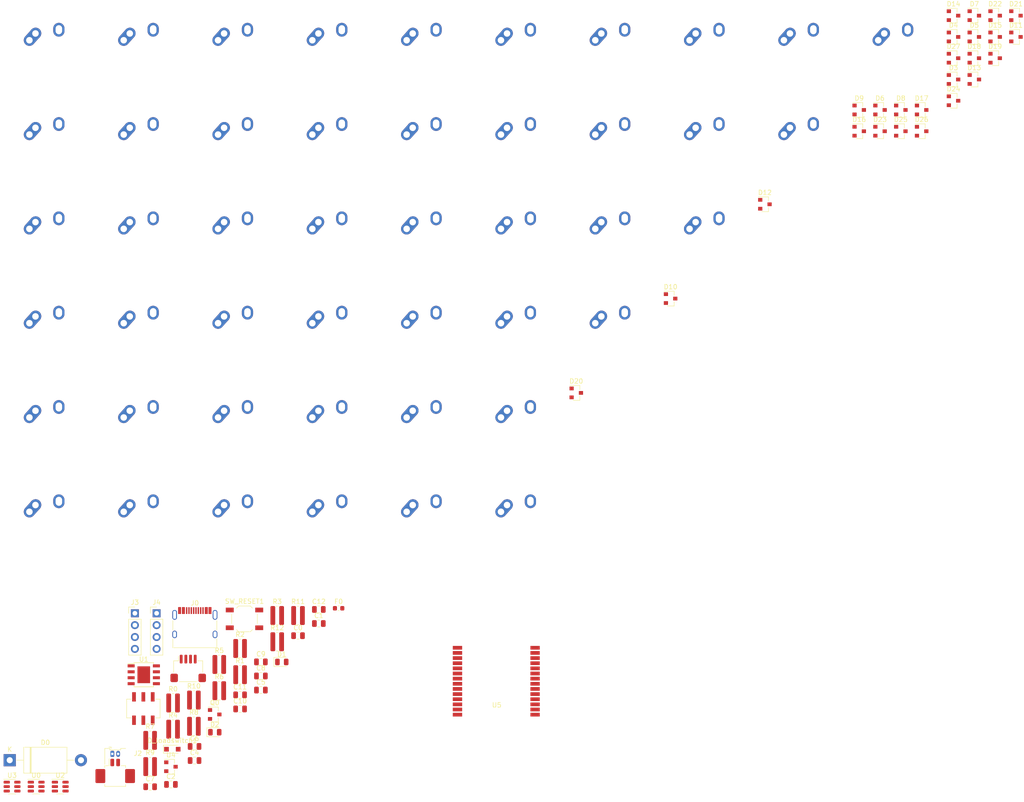
<source format=kicad_pcb>
(kicad_pcb (version 20211014) (generator pcbnew)
  (layers (0 "F.Cu" signal) (31 "B.Cu" signal) (34 "B.Paste" user) (35 "F.Paste" user) (36 "B.SilkS" user "B.Silkscreen") (37 "F.SilkS" user "F.Silkscreen") (38 "B.Mask" user) (39 "F.Mask" user) (44 "Edge.Cuts" user))
  (net 0 "")
  (net 1 "Net-(C0-Pad1)")
  (net 2 "+5V")
  (net 3 "Net-(C2-Pad1)")
  (net 4 "Net-(C2-Pad2)")
  (net 5 "Net-(C4-Pad1)")
  (net 6 "regbat")
  (net 7 "+3.3V")
  (net 8 "Net-(C11-Pad1)")
  (net 9 "VBAT")
  (net 10 "Net-(D0-Pad1)")
  (net 11 "Net-(D1-Pad1)")
  (net 12 "Net-(D2-Pad1)")
  (net 13 "Net-(D3-Pad1)")
  (net 14 "Net-(D3-Pad2)")
  (net 15 "ROW0")
  (net 16 "Net-(D4-Pad1)")
  (net 17 "Net-(D4-Pad2)")
  (net 18 "ROW1")
  (net 19 "Net-(D5-Pad1)")
  (net 20 "Net-(D5-Pad2)")
  (net 21 "ROW2")
  (net 22 "Net-(D6-Pad1)")
  (net 23 "Net-(D6-Pad2)")
  (net 24 "Net-(D7-Pad1)")
  (net 25 "Net-(D7-Pad2)")
  (net 26 "Net-(D8-Pad1)")
  (net 27 "Net-(D8-Pad2)")
  (net 28 "Net-(D9-Pad1)")
  (net 29 "Net-(D9-Pad2)")
  (net 30 "ROW3")
  (net 31 "Net-(D10-Pad1)")
  (net 32 "Net-(D10-Pad2)")
  (net 33 "Net-(D11-Pad1)")
  (net 34 "Net-(D11-Pad2)")
  (net 35 "Net-(D12-Pad1)")
  (net 36 "Net-(D12-Pad2)")
  (net 37 "Net-(D13-Pad1)")
  (net 38 "Net-(D13-Pad2)")
  (net 40 "Net-(D14-Pad2)")
  (net 42 "Net-(D15-Pad2)")
  (net 44 "Net-(D16-Pad2)")
  (net 45 "Net-(D17-Pad1)")
  (net 46 "Net-(D17-Pad2)")
  (net 47 "Net-(D18-Pad1)")
  (net 48 "Net-(D18-Pad2)")
  (net 49 "Net-(D19-Pad1)")
  (net 50 "Net-(D19-Pad2)")
  (net 51 "Net-(D20-Pad1)")
  (net 52 "Net-(D20-Pad2)")
  (net 53 "Net-(D21-Pad1)")
  (net 54 "Net-(D21-Pad2)")
  (net 55 "Net-(D22-Pad1)")
  (net 56 "Net-(D22-Pad2)")
  (net 57 "Net-(D23-Pad1)")
  (net 58 "Net-(D23-Pad2)")
  (net 60 "Net-(D24-Pad2)")
  (net 61 "Net-(D25-Pad1)")
  (net 62 "Net-(D25-Pad2)")
  (net 63 "Net-(D26-Pad1)")
  (net 64 "Net-(D26-Pad2)")
  (net 65 "Net-(D27-Pad1)")
  (net 66 "Net-(D27-Pad2)")
  (net 67 "Net-(D_loadswitch1-Pad1)")
  (net 68 "Net-(D_loadswitch1-Pad2)")
  (net 69 "VBUS")
  (net 70 "D+")
  (net 71 "Net-(J0-PadB5)")
  (net 73 "D-")
  (net 74 "Net-(J0-PadA5)")
  (net 76 "SCL")
  (net 77 "SDA")
  (net 79 "GND")
  (net 80 "swdio")
  (net 81 "swclk")
  (net 82 "COL0")
  (net 83 "COL1")
  (net 84 "COL2")
  (net 85 "COL3")
  (net 86 "COL4")
  (net 87 "COL5")
  (net 88 "COL6")
  (net 89 "COL7")
  (net 90 "COL8")
  (net 91 "COL9")
  (net 92 "COL10")
  (net 93 "COL11")
  (net 94 "Net-(K44-Pad1)")
  (net 95 "Net-(KON_OFF1-Pad1)")
  (net 96 "Net-(R2-Pad2)")
  (net 97 "Net-(R3-Pad2)")
  (net 98 "Net-(R4-Pad2)")
  (net 99 "Net-(R6-Pad1)")
  (net 100 "VSENSE")
  (net 101 "Net-(R11-Pad1)")
  (net 102 "Net-(R11-Pad2)")
  (net 107 "Net-(U2-Pad4)")
  (net 109 "Net-(U2-Pad6)")
  (footprint "Package_TO_SOT_SMD:SOT-23" (layer "F.Cu") (at 49.22 175.43)
    (fp_text reference "U4" (at 0 -2.5) (layer "F.SilkS"))
    (fp_text value "XC6206PxxxMR")
    (pad "1" smd rect locked (at -1 -0.95) (size 0.9 0.8) (layers "F.Cu" "F.Paste" "F.Mask") (net 2 "+5V"))
    (pad "2" smd rect locked (at -1 0.95) (size 0.9 0.8) (layers "F.Cu" "F.Paste" "F.Mask") (net 6 "regbat"))
    (pad "3" smd rect locked (at 1 0) (size 0.9 0.8) (layers "F.Cu" "F.Paste" "F.Mask") (net 5 "Net-(C4-Pad1)"))
  )
  (footprint "kbd:keyswitch_cherrymx_alps_combo_fixed" (layer "F.Cu") (at 184.11 42.78)
    (fp_text reference "K25" hide)
    (fp_text value "~" hide)
    (pad "" np_thru_hole circle (at -5.08 0) (size 1.7 1.7) (drill 1.7) (layers F&B.Cu *.Mask))
    (pad "" np_thru_hole circle (at 5.08 0) (size 1.7 1.7) (drill 1.7) (layers F&B.Cu *.Mask))
    (pad "" np_thru_hole circle (at 5.5 0 90) (size 1.8 1.8) (drill 1.8) (layers F&B.Cu *.Mask))
    (pad "" np_thru_hole circle (at -5.5 0 90) (size 1.8 1.8) (drill 1.8) (layers F&B.Cu *.Mask))
    (pad "" np_thru_hole circle (at 0 0 90) (size 4.9 4.9) (drill 4.9) (layers F&B.Cu *.Mask))
    (pad "1" thru_hole circle (at -2.5 -4) (size 2.4 2.4) (drill 1.4) (layers *.Cu *.Mask) (net 88 "COL6"))
    (pad "1" thru_hole oval (at -3.8 -2.55 318) (size 2.4 4.4) (drill 1.4 (offset 0 -1)) (layers *.Cu *.Mask) (net 88 "COL6"))
    (pad "2" thru_hole oval (at 2.5 -4.8) (size 2.4 2.95) (drill oval 1.4 1.95) (layers *.Cu *.Mask) (net 37 "Net-(D13-Pad1)"))
  )
  (footprint "kbd:keyswitch_cherrymx_alps_combo_fixed" (layer "F.Cu") (at 22.75 22.61)
    (fp_text reference "K29" hide)
    (fp_text value "~" hide)
    (pad "" np_thru_hole circle (at -5.5 0 90) (size 1.8 1.8) (drill 1.8) (layers F&B.Cu *.Mask))
    (pad "" np_thru_hole circle (at 5.08 0) (size 1.7 1.7) (drill 1.7) (layers F&B.Cu *.Mask))
    (pad "" np_thru_hole circle (at 0 0 90) (size 4.9 4.9) (drill 4.9) (layers F&B.Cu *.Mask))
    (pad "" np_thru_hole circle (at -5.08 0) (size 1.7 1.7) (drill 1.7) (layers F&B.Cu *.Mask))
    (pad "" np_thru_hole circle (at 5.5 0 90) (size 1.8 1.8) (drill 1.8) (layers F&B.Cu *.Mask))
    (pad "1" thru_hole circle (at -2.5 -4) (size 2.4 2.4) (drill 1.4) (layers *.Cu *.Mask) (net 89 "COL7"))
    (pad "1" thru_hole oval (at -3.8 -2.55 318) (size 2.4 4.4) (drill 1.4 (offset 0 -1)) (layers *.Cu *.Mask) (net 89 "COL7"))
    (pad "2" thru_hole oval (at 2.5 -4.8) (size 2.4 2.95) (drill oval 1.4 1.95) (layers *.Cu *.Mask) (net 52 "Net-(D20-Pad2)"))
  )
  (footprint "Resistor_SMD:R_0815_2038Metric" (layer "F.Cu") (at 44.77 175.4)
    (fp_text reference "R9" (at 0 -2.98) (layer "F.SilkS"))
    (fp_text value "806k")
    (pad "1" smd roundrect locked (at -0.9375 0) (size 1.025 4.05) (layers "F.Cu" "F.Paste" "F.Mask") (roundrect_rratio 0.243902) (net 9 "VBAT"))
    (pad "2" smd roundrect locked (at 0.9375 0) (size 1.025 4.05) (layers "F.Cu" "F.Paste" "F.Mask") (roundrect_rratio 0.243902) (net 100 "VSENSE"))
  )
  (footprint "kbd:keyswitch_cherrymx_alps_combo_fixed" (layer "F.Cu") (at 22.75 83.12)
    (fp_text reference "K7" hide)
    (fp_text value "~" hide)
    (pad "" np_thru_hole circle (at -5.08 0) (size 1.7 1.7) (drill 1.7) (layers F&B.Cu *.Mask))
    (pad "" np_thru_hole circle (at 0 0 90) (size 4.9 4.9) (drill 4.9) (layers F&B.Cu *.Mask))
    (pad "" np_thru_hole circle (at 5.5 0 90) (size 1.8 1.8) (drill 1.8) (layers F&B.Cu *.Mask))
    (pad "" np_thru_hole circle (at 5.08 0) (size 1.7 1.7) (drill 1.7) (layers F&B.Cu *.Mask))
    (pad "" np_thru_hole circle (at -5.5 0 90) (size 1.8 1.8) (drill 1.8) (layers F&B.Cu *.Mask))
    (pad "1" thru_hole oval (at -3.8 -2.55 318) (size 2.4 4.4) (drill 1.4 (offset 0 -1)) (layers *.Cu *.Mask) (net 84 "COL2"))
    (pad "1" thru_hole circle (at -2.5 -4) (size 2.4 2.4) (drill 1.4) (layers *.Cu *.Mask) (net 84 "COL2"))
    (pad "2" thru_hole oval (at 2.5 -4.8) (size 2.4 2.95) (drill oval 1.4 1.95) (layers *.Cu *.Mask) (net 23 "Net-(D6-Pad2)"))
  )
  (footprint "Package_TO_SOT_SMD:SOT-23" (layer "F.Cu") (at 196.42 39.52)
    (fp_text reference "D16" (at 0 -2.5) (layer "F.SilkS"))
    (fp_text value "~")
    (pad "1" smd rect locked (at -1 -0.95) (size 0.9 0.8) (layers "F.Cu" "F.Paste" "F.Mask"))
    (pad "2" smd rect locked (at -1 0.95) (size 0.9 0.8) (layers "F.Cu" "F.Paste" "F.Mask") (net 44 "Net-(D16-Pad2)"))
    (pad "3" smd rect locked (at 1 0) (size 0.9 0.8) (layers "F.Cu" "F.Paste" "F.Mask") (net 21 "ROW2"))
  )
  (footprint "kbd:keyswitch_cherrymx_alps_combo_fixed" (layer "F.Cu") (at 22.75 42.78)
    (fp_text reference "K33" hide)
    (fp_text value "~" hide)
    (pad "" np_thru_hole circle (at -5.5 0 90) (size 1.8 1.8) (drill 1.8) (layers F&B.Cu *.Mask))
    (pad "" np_thru_hole circle (at 5.5 0 90) (size 1.8 1.8) (drill 1.8) (layers F&B.Cu *.Mask))
    (pad "" np_thru_hole circle (at 0 0 90) (size 4.9 4.9) (drill 4.9) (layers F&B.Cu *.Mask))
    (pad "" np_thru_hole circle (at 5.08 0) (size 1.7 1.7) (drill 1.7) (layers F&B.Cu *.Mask))
    (pad "" np_thru_hole circle (at -5.08 0) (size 1.7 1.7) (drill 1.7) (layers F&B.Cu *.Mask))
    (pad "1" thru_hole oval (at -3.8 -2.55 318) (size 2.4 4.4) (drill 1.4 (offset 0 -1)) (layers *.Cu *.Mask) (net 90 "COL8"))
    (pad "1" thru_hole circle (at -2.5 -4) (size 2.4 2.4) (drill 1.4) (layers *.Cu *.Mask) (net 90 "COL8"))
    (pad "2" thru_hole oval (at 2.5 -4.8) (size 2.4 2.95) (drill oval 1.4 1.95) (layers *.Cu *.Mask) (net 51 "Net-(D20-Pad1)"))
  )
  (footprint "Package_TO_SOT_SMD:SOT-23" (layer "F.Cu") (at 216.59 28.45)
    (fp_text reference "D3" (at 0 -2.5) (layer "F.SilkS"))
    (fp_text value "BAV70")
    (pad "1" smd rect locked (at -1 -0.95) (size 0.9 0.8) (layers "F.Cu" "F.Paste" "F.Mask") (net 13 "Net-(D3-Pad1)"))
    (pad "2" smd rect locked (at -1 0.95) (size 0.9 0.8) (layers "F.Cu" "F.Paste" "F.Mask") (net 14 "Net-(D3-Pad2)"))
    (pad "3" smd rect locked (at 1 0) (size 0.9 0.8) (layers "F.Cu" "F.Paste" "F.Mask") (net 15 "ROW0"))
  )
  (footprint "kbd:keyswitch_cherrymx_alps_combo_fixed" (layer "F.Cu") (at 163.94 62.95)
    (fp_text reference "K22" hide)
    (fp_text value "~" hide)
    (pad "" np_thru_hole circle (at 5.08 0) (size 1.7 1.7) (drill 1.7) (layers F&B.Cu *.Mask))
    (pad "" np_thru_hole circle (at -5.08 0) (size 1.7 1.7) (drill 1.7) (layers F&B.Cu *.Mask))
    (pad "" np_thru_hole circle (at -5.5 0 90) (size 1.8 1.8) (drill 1.8) (layers F&B.Cu *.Mask))
    (pad "" np_thru_hole circle (at 0 0 90) (size 4.9 4.9) (drill 4.9) (layers F&B.Cu *.Mask))
    (pad "" np_thru_hole circle (at 5.5 0 90) (size 1.8 1.8) (drill 1.8) (layers F&B.Cu *.Mask))
    (pad "1" thru_hole oval (at -3.8 -2.55 318) (size 2.4 4.4) (drill 1.4 (offset 0 -1)) (layers *.Cu *.Mask) (net 88 "COL6"))
    (pad "1" thru_hole circle (at -2.5 -4) (size 2.4 2.4) (drill 1.4) (layers *.Cu *.Mask) (net 88 "COL6"))
    (pad "2" thru_hole oval (at 2.5 -4.8) (size 2.4 2.95) (drill oval 1.4 1.95) (layers *.Cu *.Mask) (net 40 "Net-(D14-Pad2)"))
  )
  (footprint "Capacitor_SMD:C_0805_2012Metric" (layer "F.Cu") (at 68.46 153.01)
    (fp_text reference "C9" (at 0 -1.68) (layer "F.SilkS"))
    (fp_text value "4,7uF")
    (pad "1" smd roundrect locked (at -0.95 0) (size 1 1.45) (layers "F.Cu" "F.Paste" "F.Mask") (net 5 "Net-(C4-Pad1)"))
    (pad "2" smd roundrect locked (at 0.95 0) (size 1 1.45) (layers "F.Cu" "F.Paste" "F.Mask") (net 2 "+5V"))
  )
  (footprint "Package_TO_SOT_SMD:SOT-23" (layer "F.Cu") (at 209.77 34.97)
    (fp_text reference "D17" (at 0 -2.5) (layer "F.SilkS"))
    (fp_text value "~")
    (pad "1" smd rect locked (at -1 -0.95) (size 0.9 0.8) (layers "F.Cu" "F.Paste" "F.Mask") (net 45 "Net-(D17-Pad1)"))
    (pad "2" smd rect locked (at -1 0.95) (size 0.9 0.8) (layers "F.Cu" "F.Paste" "F.Mask") (net 46 "Net-(D17-Pad2)"))
    (pad "3" smd rect locked (at 1 0) (size 0.9 0.8) (layers "F.Cu" "F.Paste" "F.Mask") (net 15 "ROW0"))
  )
  (footprint "weteor:K3-2380S-E1 On-on" (layer "F.Cu") (at 43.32 162.985)
    (fp_text reference "KON_OFF1" hide)
    (fp_text value "KEYSW" hide)
    (pad "" np_thru_hole circle (at 2.25 0) (size 0.9 0.9) (drill 0.9) (layers F&B.Cu *.Mask))
    (pad "" np_thru_hole circle (at -2.25 0) (size 0.9 0.9) (drill 0.9) (layers F&B.Cu *.Mask))
    (pad "1" smd rect (at -2 -2.5) (size 0.8 2) (layers "F.Cu" "F.Paste" "F.Mask") (net 95 "Net-(KON_OFF1-Pad1)"))
    (pad "1" smd rect (at -2 2.5) (size 0.8 2) (layers "F.Cu" "F.Paste" "F.Mask") (net 95 "Net-(KON_OFF1-Pad1)"))
    (pad "2" smd rect (at 0 -2.5) (size 0.8 2) (layers "F.Cu" "F.Paste" "F.Mask") (net 6 "regbat"))
    (pad "2" smd rect (at 0 2.5) (size 0.8 2) (layers "F.Cu" "F.Paste" "F.Mask") (net 6 "regbat"))
    (pad "3" smd rect (at 2 -2.5) (size 0.8 2) (layers "F.Cu" "F.Paste" "F.Mask"))
    (pad "3" smd rect (at 2 2.5) (size 0.8 2) (layers "F.Cu" "F.Paste" "F.Mask"))
  )
  (footprint "weteor:TP4056_SOP-8-PP" (layer "F.Cu") (at 43.41 155.76)
    (fp_text reference "U1" (at 0 -3.3) (layer "F.SilkS"))
    (fp_text value "TP4056")
    (pad "1" smd rect locked (at -2.7 -1.905) (size 1.5 0.65) (layers "F.Cu" "F.Paste" "F.Mask") (net 2 "+5V"))
    (pad "2" smd rect locked (at -2.7 -0.635) (size 1.5 0.65) (layers "F.Cu" "F.Paste" "F.Mask") (net 98 "Net-(R4-Pad2)"))
    (pad "3" smd rect locked (at -2.7 0.635) (size 1.5 0.65) (layers "F.Cu" "F.Paste" "F.Mask") (net 2 "+5V"))
    (pad "4" smd rect locked (at -2.7 1.905) (size 1.5 0.65) (layers "F.Cu" "F.Paste" "F.Mask") (net 1 "Net-(C0-Pad1)"))
    (pad "5" smd rect locked (at 2.7 1.905) (size 1.5 0.65) (layers "F.Cu" "F.Paste" "F.Mask") (net 9 "VBAT"))
    (pad "6" smd rect locked (at 2.7 0.635) (size 1.5 0.65) (layers "F.Cu" "F.Paste" "F.Mask") (net 96 "Net-(R2-Pad2)"))
    (pad "7" smd rect locked (at 2.7 -0.635) (size 1.5 0.65) (layers "F.Cu" "F.Paste" "F.Mask") (net 97 "Net-(R3-Pad2)"))
    (pad "8" smd rect locked (at 2.7 -1.905) (size 1.5 0.65) (layers "F.Cu" "F.Paste" "F.Mask"))
    (pad "9" smd rect locked (at 0 0) (size 2.7 3.6) (layers "F.Cu" "F.Paste" "F.Mask"))
  )
  (footprint "kbd:keyswitch_cherrymx_alps_combo_fixed" (layer "F.Cu") (at 83.26 103.29)
    (fp_text reference "K12" hide)
    (fp_text value "~" hide)
    (pad "" np_thru_hole circle (at 0 0 90) (size 4.9 4.9) (drill 4.9) (layers F&B.Cu *.Mask))
    (pad "" np_thru_hole circle (at 5.08 0) (size 1.7 1.7) (drill 1.7) (layers F&B.Cu *.Mask))
    (pad "" np_thru_hole circle (at 5.5 0 90) (size 1.8 1.8) (drill 1.8) (layers F&B.Cu *.Mask))
    (pad "" np_thru_hole circle (at -5.5 0 90) (size 1.8 1.8) (drill 1.8) (layers F&B.Cu *.Mask))
    (pad "" np_thru_hole circle (at -5.08 0) (size 1.7 1.7) (drill 1.7) (layers F&B.Cu *.Mask))
    (pad "1" thru_hole circle (at -2.5 -4) (size 2.4 2.4) (drill 1.4) (layers *.Cu *.Mask) (net 85 "COL3"))
    (pad "1" thru_hole oval (at -3.8 -2.55 318) (size 2.4 4.4) (drill 1.4 (offset 0 -1)) (layers *.Cu *.Mask) (net 85 "COL3"))
    (pad "2" thru_hole oval (at 2.5 -4.8) (size 2.4 2.95) (drill oval 1.4 1.95) (layers *.Cu *.Mask) (net 26 "Net-(D8-Pad1)"))
  )
  (footprint "kbd:keyswitch_cherrymx_alps_combo_fixed" (layer "F.Cu") (at 123.6 62.95)
    (fp_text reference "K10" hide)
    (fp_text value "~" hide)
    (pad "" np_thru_hole circle (at 5.5 0 90) (size 1.8 1.8) (drill 1.8) (layers F&B.Cu *.Mask))
    (pad "" np_thru_hole circle (at 5.08 0) (size 1.7 1.7) (drill 1.7) (layers F&B.Cu *.Mask))
    (pad "" np_thru_hole circle (at -5.08 0) (size 1.7 1.7) (drill 1.7) (layers F&B.Cu *.Mask))
    (pad "" np_thru_hole circle (at 0 0 90) (size 4.9 4.9) (drill 4.9) (layers F&B.Cu *.Mask))
    (pad "" np_thru_hole circle (at -5.5 0 90) (size 1.8 1.8) (drill 1.8) (layers F&B.Cu *.Mask))
    (pad "1" thru_hole oval (at -3.8 -2.55 318) (size 2.4 4.4) (drill 1.4 (offset 0 -1)) (layers *.Cu *.Mask) (net 85 "COL3"))
    (pad "1" thru_hole circle (at -2.5 -4) (size 2.4 2.4) (drill 1.4) (layers *.Cu *.Mask) (net 85 "COL3"))
    (pad "2" thru_hole oval (at 2.5 -4.8) (size 2.4 2.95) (drill oval 1.4 1.95) (layers *.Cu *.Mask) (net 22 "Net-(D6-Pad1)"))
  )
  (footprint "kbd:keyswitch_cherrymx_alps_combo_fixed" (layer "F.Cu") (at 22.75 62.95)
    (fp_text reference "K17" hide)
    (fp_text value "~" hide)
    (pad "" np_thru_hole circle (at 0 0 90) (size 4.9 4.9) (drill 4.9) (layers F&B.Cu *.Mask))
    (pad "" np_thru_hole circle (at -5.08 0) (size 1.7 1.7) (drill 1.7) (layers F&B.Cu *.Mask))
    (pad "" np_thru_hole circle (at 5.5 0 90) (size 1.8 1.8) (drill 1.8) (layers F&B.Cu *.Mask))
    (pad "" np_thru_hole circle (at -5.5 0 90) (size 1.8 1.8) (drill 1.8) (layers F&B.Cu *.Mask))
    (pad "" np_thru_hole circle (at 5.08 0) (size 1.7 1.7) (drill 1.7) (layers F&B.Cu *.Mask))
    (pad "1" thru_hole oval (at -3.8 -2.55 318) (size 2.4 4.4) (drill 1.4 (offset 0 -1)) (layers *.Cu *.Mask) (net 86 "COL4"))
    (pad "1" thru_hole circle (at -2.5 -4) (size 2.4 2.4) (drill 1.4) (layers *.Cu *.Mask) (net 86 "COL4"))
    (pad "2" thru_hole oval (at 2.5 -4.8) (size 2.4 2.95) (drill oval 1.4 1.95) (layers *.Cu *.Mask) (net 28 "Net-(D9-Pad1)"))
  )
  (footprint "Package_TO_SOT_SMD:SOT-23" (layer "F.Cu") (at 225.49 19.35)
    (fp_text reference "D15" (at 0 -2.5) (layer "F.SilkS"))
    (fp_text value "~")
    (pad "1" smd rect locked (at -1 -0.95) (size 0.9 0.8) (layers "F.Cu" "F.Paste" "F.Mask"))
    (pad "2" smd rect locked (at -1 0.95) (size 0.9 0.8) (layers "F.Cu" "F.Paste" "F.Mask") (net 42 "Net-(D15-Pad2)"))
    (pad "3" smd rect locked (at 1 0) (size 0.9 0.8) (layers "F.Cu" "F.Paste" "F.Mask") (net 18 "ROW1"))
  )
  (footprint "kbd:keyswitch_cherrymx_alps_combo_fixed" (layer "F.Cu") (at 63.09 62.95)
    (fp_text reference "K5" hide)
    (fp_text value "~" hide)
    (pad "" np_thru_hole circle (at -5.08 0) (size 1.7 1.7) (drill 1.7) (layers F&B.Cu *.Mask))
    (pad "" np_thru_hole circle (at -5.5 0 90) (size 1.8 1.8) (drill 1.8) (layers F&B.Cu *.Mask))
    (pad "" np_thru_hole circle (at 5.08 0) (size 1.7 1.7) (drill 1.7) (layers F&B.Cu *.Mask))
    (pad "" np_thru_hole circle (at 5.5 0 90) (size 1.8 1.8) (drill 1.8) (layers F&B.Cu *.Mask))
    (pad "" np_thru_hole circle (at 0 0 90) (size 4.9 4.9) (drill 4.9) (layers F&B.Cu *.Mask))
    (pad "1" thru_hole circle (at -2.5 -4) (size 2.4 2.4) (drill 1.4) (layers *.Cu *.Mask) (net 83 "COL1"))
    (pad "1" thru_hole oval (at -3.8 -2.55 318) (size 2.4 4.4) (drill 1.4 (offset 0 -1)) (layers *.Cu *.Mask) (net 83 "COL1"))
    (pad "2" thru_hole oval (at 2.5 -4.8) (size 2.4 2.95) (drill oval 1.4 1.95) (layers *.Cu *.Mask) (net 16 "Net-(D4-Pad1)"))
  )
  (footprint "Package_TO_SOT_SMD:SOT-23" (layer "F.Cu") (at 58.58 164.25)
    (fp_text reference "Q0" (at 0 -2.5) (layer "F.SilkS"))
    (fp_text value "AO3401A")
    (pad "1" smd rect locked (at -1 -0.95) (size 0.9 0.8) (layers "F.Cu" "F.Paste" "F.Mask") (net 68 "Net-(D_loadswitch1-Pad2)"))
    (pad "2" smd rect locked (at -1 0.95) (size 0.9 0.8) (layers "F.Cu" "F.Paste" "F.Mask") (net 7 "+3.3V"))
    (pad "3" smd rect locked (at 1 0) (size 0.9 0.8) (layers "F.Cu" "F.Paste" "F.Mask") (net 95 "Net-(KON_OFF1-Pad1)"))
  )
  (footprint "Capacitor_SMD:C_0805_2012Metric" (layer "F.Cu") (at 68.46 156.02)
    (fp_text reference "C8" (at 0 -1.68) (layer "F.SilkS"))
    (fp_text value "100n")
    (pad "1" smd roundrect locked (at -0.95 0) (size 1 1.45) (layers "F.Cu" "F.Paste" "F.Mask") (net 6 "regbat"))
    (pad "2" smd roundrect locked (at 0.95 0) (size 1 1.45) (layers "F.Cu" "F.Paste" "F.Mask") (net 2 "+5V"))
  )
  (footprint "Package_TO_SOT_SMD:SOT-23" (layer "F.Cu") (at 221.04 23.9)
    (fp_text reference "D18" (at 0 -2.5) (layer "F.SilkS"))
    (fp_text value "~")
    (pad "1" smd rect locked (at -1 -0.95) (size 0.9 0.8) (layers "F.Cu" "F.Paste" "F.Mask") (net 47 "Net-(D18-Pad1)"))
    (pad "2" smd rect locked (at -1 0.95) (size 0.9 0.8) (layers "F.Cu" "F.Paste" "F.Mask") (net 48 "Net-(D18-Pad2)"))
    (pad "3" smd rect locked (at 1 0) (size 0.9 0.8) (layers "F.Cu" "F.Paste" "F.Mask") (net 18 "ROW1"))
  )
  (footprint "MS88SF2:MS88SF2" (layer "F.Cu") (at 118.8 154)
    (fp_text reference "U5" (at 0.1 8.25) (layer "F.SilkS"))
    (fp_text value "MS88SF2")
    (pad "1" smd rect locked (at -8.3 -4.01) (size 2 0.8) (layers "F.Cu" "F.Paste" "F.Mask") (net 2 "+5V"))
    (pad "2" smd rect locked (at -8.3 -2.91) (size 2 0.8) (layers "F.Cu" "F.Paste" "F.Mask") (net 15 "ROW0"))
    (pad "3" smd rect locked (at -8.3 -1.81) (size 2 0.8) (layers "F.Cu" "F.Paste" "F.Mask") (net 18 "ROW1"))
    (pad "4" smd rect locked (at -8.3 -0.71) (size 2 0.8) (layers "F.Cu" "F.Paste" "F.Mask") (net 21 "ROW2"))
    (pad "5" smd rect locked (at -8.3 0.39) (size 2 0.8) (layers "F.Cu" "F.Paste" "F.Mask") (net 30 "ROW3"))
    (pad "6" smd rect locked (at -8.3 1.49) (size 2 0.8) (layers "F.Cu" "F.Paste" "F.Mask") (net 100 "VSENSE"))
    (pad "7" smd rect locked (at -8.3 2.59) (size 2 0.8) (layers "F.Cu" "F.Paste" "F.Mask") (net 82 "COL0"))
    (pad "8" smd rect locked (at -8.3 3.69) (size 2 0.8) (layers "F.Cu" "F.Paste" "F.Mask") (net 83 "COL1"))
    (pad "9" smd rect locked (at -8.3 4.79) (size 2 0.8) (layers "F.Cu" "F.Paste" "F.Mask") (net 84 "COL2"))
    (pad "10" smd rect locked (at -8.3 5.89) (size 2 0.8) (layers "F.Cu" "F.Paste" "F.Mask") (net 85 "COL3"))
    (pad "11" smd rect locked (at -8.3 6.99) (size 2 0.8) (layers "F.Cu" "F.Paste" "F.Mask") (net 86 "COL4"))
    (pad "12" smd rect locked (at -8.3 8.09) (size 2 0.8) (layers "F.Cu" "F.Paste" "F.Mask") (net 87 "COL5"))
    (pad "13" smd rect locked (at -8.3 9.19) (size 2 0.8) (layers "F.Cu" "F.Paste" "F.Mask") (net 2 "+5V"))
    (pad "14" smd rect locked (at -8.3 10.29) (size 2 0.8) (layers "F.Cu" "F.Paste" "F.Mask") (net 7 "+3.3V"))
    (pad "15" smd rect locked (at 8.3 10.29) (size 2 0.8) (layers "F.Cu" "F.Paste" "F.Mask") (net 8 "Net-(C11-Pad1)"))
    (pad "16" smd rect locked (at 8.3 9.19) (size 2 0.8) (layers "F.Cu" "F.Paste" "F.Mask") (net 73 "D-"))
    (pad "17" smd rect locked (at 8.3 8.09) (size 2 0.8) (layers "F.Cu" "F.Paste" "F.Mask") (net 70 "D+"))
    (pad "18" smd rect locked (at 8.3 6.99) (size 2 0.8) (layers "F.Cu" "F.Paste" "F.Mask") (net 93 "COL11"))
    (pad "19" smd rect locked (at 8.3 5.89) (size 2 0.8) (layers "F.Cu" "F.Paste" "F.Mask") (net 92 "COL10"))
    (pad "20" smd rect locked (at 8.3 4.79) (size 2 0.8) (layers "F.Cu" "F.Paste" "F.Mask") (net 101 "Net-(R11-Pad1)"))
    (pad "21" smd rect locked (at 8.3 3.69) (size 2 0.8) (layers "F.Cu" "F.Paste" "F.Mask") (net 91 "COL9"))
    (pad "22" smd rect locked (at 8.3 2.59) (size 2 0.8) (layers "F.Cu" "F.Paste" "F.Mask") (net 90 "COL8"))
    (pad "23" smd rect locked (at 8.3 1.49) (size 2 0.8) (layers "F.Cu" "F.Paste" "F.Mask") (net 89 "COL7"))
    (pad "24" smd rect locked (at 8.3 0.39) (size 2 0.8) (layers "F.Cu" "F.Paste" "F.Mask") (net 88 "COL6"))
    (pad "25" smd rect locked (at 8.3 -0.71) (size 2 0.8) (layers "F.Cu" "F.Paste" "F.Mask") (net 80 "swdio"))
    (pad "26" smd rect locked (at 8.3 -1.81) (size 2 0.8) (layers "F.Cu" "F.Paste" "F.Mask") (net 81 "swclk"))
    (pad "27" smd rect locked (at 8.3 -2.91) (size 2 0.8) (layers "F.Cu" "F.Paste" "F.Mask") (net 77 "SDA"))
    (pad "28" smd rect locked (at 8.3 -4.01) (size 2 0.8) (layers "F.Cu" "F.Paste" "F.Mask") (net 76 "SCL"))
  )
  (footprint "Capacitor_SMD:C_0805_2012Metric" (layer "F.Cu") (at 68.46 159.03)
    (fp_text reference "C5" (at 0 -1.68) (layer "F.SilkS"))
    (fp_text value "4.7uF")
    (pad "1" smd roundrect locked (at -0.95 0) (size 1 1.45) (layers "F.Cu" "F.Paste" "F.Mask") (net 5 "Net-(C4-Pad1)"))
    (pad "2" smd roundrect locked (at 0.95 0) (size 1 1.45) (layers "F.Cu" "F.Paste" "F.Mask") (net 2 "+5V"))
  )
  (footprint "Package_TO_SOT_SMD:SOT-23" (layer "F.Cu") (at 196.42 34.97)
    (fp_text reference "D9" (at 0 -2.5) (layer "F.SilkS"))
    (fp_text value "~")
    (pad "1" smd rect locked (at -1 -0.95) (size 0.9 0.8) (layers "F.Cu" "F.Paste" "F.Mask") (net 28 "Net-(D9-Pad1)"))
    (pad "2" smd rect locked (at -1 0.95) (size 0.9 0.8) (layers "F.Cu" "F.Paste" "F.Mask") (net 29 "Net-(D9-Pad2)"))
    (pad "3" smd rect locked (at 1 0) (size 0.9 0.8) (layers "F.Cu" "F.Paste" "F.Mask") (net 30 "ROW3"))
  )
  (footprint "Resistor_SMD:R_0815_2038Metric" (layer "F.Cu") (at 44.77 169.79)
    (fp_text reference "R7" (at 0 -2.98) (layer "F.SilkS"))
    (fp_text value "100k")
    (pad "1" smd roundrect locked (at -0.9375 0) (size 1.025 4.05) (layers "F.Cu" "F.Paste" "F.Mask") (roundrect_rratio 0.243902) (net 68 "Net-(D_loadswitch1-Pad2)"))
    (pad "2" smd roundrect locked (at 0.9375 0) (size 1.025 4.05) (layers "F.Cu" "F.Paste" "F.Mask") (roundrect_rratio 0.243902) (net 2 "+5V"))
  )
  (footprint "kbd:keyswitch_cherrymx_alps_combo_fixed" (layer "F.Cu") (at 22.75 103.29)
    (fp_text reference "K28" hide)
    (fp_text value "~" hide)
    (pad "" np_thru_hole circle (at 5.5 0 90) (size 1.8 1.8) (drill 1.8) (layers F&B.Cu *.Mask))
    (pad "" np_thru_hole circle (at -5.5 0 90) (size 1.8 1.8) (drill 1.8) (layers F&B.Cu *.Mask))
    (pad "" np_thru_hole circle (at 0 0 90) (size 4.9 4.9) (drill 4.9) (layers F&B.Cu *.Mask))
    (pad "" np_thru_hole circle (at 5.08 0) (size 1.7 1.7) (drill 1.7) (layers F&B.Cu *.Mask))
    (pad "" np_thru_hole circle (at -5.08 0) (size 1.7 1.7) (drill 1.7) (layers F&B.Cu *.Mask))
    (pad "1" thru_hole circle (at -2.5 -4) (size 2.4 2.4) (drill 1.4) (layers *.Cu *.Mask) (net 89 "COL7"))
    (pad "1" thru_hole oval (at -3.8 -2.55 318) (size 2.4 4.4) (drill 1.4 (offset 0 -1)) (layers *.Cu *.Mask) (net 89 "COL7"))
    (pad "2" thru_hole oval (at 2.5 -4.8) (size 2.4 2.95) (drill oval 1.4 1.95) (layers *.Cu *.Mask) (net 50 "Net-(D19-Pad2)"))
  )
  (footprint "Package_TO_SOT_SMD:SOT-23" (layer "F.Cu") (at 225.49 14.8)
    (fp_text reference "D22" (at 0 -2.5) (layer "F.SilkS"))
    (fp_text value "~")
    (pad "1" smd rect locked (at -1 -0.95) (size 0.9 0.8) (layers "F.Cu" "F.Paste" "F.Mask") (net 55 "Net-(D22-Pad1)"))
    (pad "2" smd rect locked (at -1 0.95) (size 0.9 0.8) (layers "F.Cu" "F.Paste" "F.Mask") (net 56 "Net-(D22-Pad2)"))
    (pad "3" smd rect locked (at 1 0) (size 0.9 0.8) (layers "F.Cu" "F.Paste" "F.Mask") (net 18 "ROW1"))
  )
  (footprint "Package_TO_SOT_SMD:SOT-23" (layer "F.Cu") (at 135.91 95.48)
    (fp_text reference "D20" (at 0 -2.5) (layer "F.SilkS"))
    (fp_text value "~")
    (pad "1" smd rect locked (at -1 -0.95) (size 0.9 0.8) (layers "F.Cu" "F.Paste" "F.Mask") (net 51 "Net-(D20-Pad1)"))
    (pad "2" smd rect locked (at -1 0.95) (size 0.9 0.8) (layers "F.Cu" "F.Paste" "F.Mask") (net 52 "Net-(D20-Pad2)"))
    (pad "3" smd rect locked (at 1 0) (size 0.9 0.8) (layers "F.Cu" "F.Paste" "F.Mask") (net 30 "ROW3"))
  )
  (footprint "Diode_SMD:D_0805_2012Metric" (layer "F.Cu") (at 72.93 153.025)
    (fp_text reference "D1" (at 0 -1.65) (layer "F.SilkS"))
    (fp_text value "CHARGE_RED")
    (pad "1" smd roundrect locked (at -0.9375 0) (size 0.975 1.4) (layers "F.Cu" "F.Paste" "F.Mask") (net 11 "Net-(D1-Pad1)"))
    (pad "2" smd roundrect locked (at 0.9375 0) (size 0.975 1.4) (layers "F.Cu" "F.Paste" "F.Mask") (net 1 "Net-(C0-Pad1)"))
  )
  (footprint "kbd:keyswitch_cherrymx_alps_combo_fixed" (layer "F.Cu") (at 143.77 83.12)
    (fp_text reference "K3" hide)
    (fp_text value "~" hide)
    (pad "" np_thru_hole circle (at 5.5 0 90) (size 1.8 1.8) (drill 1.8) (layers F&B.Cu *.Mask))
    (pad "" np_thru_hole circle (at 5.08 0) (size 1.7 1.7) (drill 1.7) (layers F&B.Cu *.Mask))
    (pad "" np_thru_hole circle (at -5.08 0) (size 1.7 1.7) (drill 1.7) (layers F&B.Cu *.Mask))
    (pad "" np_thru_hole circle (at -5.5 0 90) (size 1.8 1.8) (drill 1.8) (layers F&B.Cu *.Mask))
    (pad "" np_thru_hole circle (at 0 0 90) (size 4.9 4.9) (drill 4.9) (layers F&B.Cu *.Mask))
    (pad "1" thru_hole oval (at -3.8 -2.55 318) (size 2.4 4.4) (drill 1.4 (offset 0 -1)) (layers *.Cu *.Mask) (net 82 "COL0"))
    (pad "1" thru_hole circle (at -2.5 -4) (size 2.4 2.4) (drill 1.4) (layers *.Cu *.Mask) (net 82 "COL0"))
    (pad "2" thru_hole oval (at 2.5 -4.8) (size 2.4 2.95) (drill oval 1.4 1.95) (layers *.Cu *.Mask) (net 20 "Net-(D5-Pad2)"))
  )
  (footprint "Fuse:Fuse_0603_1608Metric" (layer "F.Cu") (at 85.08 141.54)
    (fp_text reference "F0" (at 0 -1.43) (layer "F.SilkS"))
    (fp_text value "Polyfuse")
    (pad "1" smd roundrect locked (at -0.7875 0) (size 0.875 0.95) (layers "F.Cu" "F.Paste" "F.Mask") (net 69 "VBUS"))
    (pad "2" smd roundrect locked (at 0.7875 0) (size 0.875 0.95) (layers "F.Cu" "F.Paste" "F.Mask") (net 2 "+5V"))
  )
  (footprint "Connector_USB:USB_C_Receptacle_HRO_TYPE-C-31-M-12" (layer "F.Cu") (at 54.33 146.08)
    (fp_text reference "J0" (at 0 -5.645) (layer "F.SilkS"))
    (fp_text value "USB_C_Receptacle_USB2.0")
    (pad "" np_thru_hole circle locked (at 2.89 -2.6) (size 0.65 0.65) (drill 0.65) (layers *.Cu *.Mask))
    (pad "" np_thru_hole circle locked (at -2.89 -2.6) (size 0.65 0.65) (drill 0.65) (layers *.Cu *.Mask))
    (pad "A1" smd rect locked (at -3.25 -4.045) (size 0.6 1.45) (layers "F.Cu" "F.Paste" "F.Mask") (net 2 "+5V"))
    (pad "A4" smd rect locked (at -2.45 -4.045) (size 0.6 1.45) (layers "F.Cu" "F.Paste" "F.Mask") (net 69 "VBUS"))
    (pad "A5" smd rect locked (at -1.25 -4.045) (size 0.3 1.45) (layers "F.Cu" "F.Paste" "F.Mask") (net 74 "Net-(J0-PadA5)"))
    (pad "A6" smd rect locked (at -0.25 -4.045) (size 0.3 1.45) (layers "F.Cu" "F.Paste" "F.Mask") (net 70 "D+"))
    (pad "A7" smd rect locked (at 0.25 -4.045) (size 0.3 1.45) (layers "F.Cu" "F.Paste" "F.Mask") (net 73 "D-"))
    (pad "A8" smd rect locked (at 1.25 -4.045) (size 0.3 1.45) (layers "F.Cu" "F.Paste" "F.Mask"))
    (pad "A9" smd rect locked (at 2.45 -4.045) (size 0.6 1.45) (layers "F.Cu" "F.Paste" "F.Mask") (net 69 "VBUS"))
    (pad "A12" smd rect locked (at 3.25 -4.045) (size 0.6 1.45) (layers "F.Cu" "F.Paste" "F.Mask") (net 2 "+5V"))
    (pad "B1" smd rect locked (at 3.25 -4.045) (size 0.6 1.45) (layers "F.Cu" "F.Paste" "F.Mask") (net 2 "+5V"))
    (pad "B4" smd rect locked (at 2.45 -4.045) (size 0.6 1.45) (layers "F.Cu" "F.Paste" "F.Mask") (net 69 "VBUS"))
    (pad "B5" smd rect locked (at 1.75 -4.045) (size 0.3 1.45) (layers "F.Cu" "F.Paste" "F.Mask") (net 71 "Net-(J0-PadB5)"))
    (pad "B6" smd rect locked (at 0.75 -4.045) (size 0.3 1.45) (layers "F.Cu" "F.Paste" "F.Mask") (net 70 "D+"))
    (pad "B7" smd rect locked (at -0.75 -4.045) (size 0.3 1.45) (layers "F.Cu" "F.Paste" "F.Mask") (net 73 "D-"))
    (pad "B8" smd rect locked (at -1.75 -4.045) (size 0.3 1.45) (layers "F.Cu" "F.Paste" "F.Mask"))
    (pad "B9" smd rect locked (at -2.45 -4.045) (size 0.6 1.45) (layers "F.Cu" "F.Paste" "F.Mask") (net 69 "VBUS"))
    (pad "B12" smd rect locked (at -3.25 -4.045) (size 0.6 1.45) (layers "F.Cu" "F.Paste" "F.Mask") (net 2 "+5V"))
    (pad "S1" thru_hole oval locked (at 4.32 -3.13) (size 1 2.1) (drill oval 0.6 1.7) (layers *.Cu *.Mask) (net 10 "Net-(D0-Pad1)"))
    (pad "S1" thru_hole oval locked (at 4.32 1.05) (size 1 1.6) (drill oval 0.6 1.2) (layers *.Cu *.Mask) (net 10 "Net-(D0-Pad1)"))
    (pad "S1" thru_hole oval locked (at -4.32 1.05) (size 1 1.6) (drill oval 0.6 1.2) (layers *.Cu *.Mask) (net 10 "Net-(D0-Pad1)"))
    (pad "S1" thru_hole oval locked (at -4.32 -3.13) (size 1 2.1) (drill oval 0.6 1.7) (layers *.Cu *.Mask) (net 10 "Net-(D0-Pad1)"))
  )
  (footprint "kbd:keyswitch_cherrymx_alps_combo_fixed" (layer "F.Cu") (at 123.6 22.61)
    (fp_text reference "K38" hide)
    (fp_text value "~" hide)
    (pad "" np_thru_hole circle (at 5.5 0 90) (size 1.8 1.8) (drill 1.8) (layers F&B.Cu *.Mask))
    (pad "" np_thru_hole circle (at -5.5 0 90) (size 1.8 1.8) (drill 1.8) (layers F&B.Cu *.Mask))
    (pad "" np_thru_hole circle (at 5.08 0) (size 1.7 1.7) (drill 1.7) (layers F&B.Cu *.Mask))
    (pad "" np_thru_hole circle (at 0 0 90) (size 4.9 4.9) (drill 4.9) (layers F&B.Cu *.Mask))
    (pad "" np_thru_hole circle (at -5.08 0) (size 1.7 1.7) (drill 1.7) (layers F&B.Cu *.Mask))
    (pad "1" thru_hole oval (at -3.8 -2.55 318) (size 2.4 4.4) (drill 1.4 (offset 0 -1)) (layers *.Cu *.Mask) (net 92 "COL10"))
    (pad "1" thru_hole circle (at -2.5 -4) (size 2.4 2.4) (drill 1.4) (layers *.Cu *.Mask) (net 92 "COL10"))
    (pad "2" thru_hole oval (at 2.5 -4.8) (size 2.4 2.95) (drill oval 1.4 1.95) (layers *.Cu *.Mask) (net 53 "Net-(D21-Pad1)"))
  )
  (footprint "Diode_SMD:D_0805_2012Metric" (layer "F.Cu") (at 58.6 168.045)
    (fp_text reference "D2" (at 0 -1.65) (layer "F.SilkS"))
    (fp_text value "STANDBY_GREEN")
    (pad "1" smd roundrect locked (at -0.9375 0) (size 0.975 1.4) (layers "F.Cu" "F.Paste" "F.Mask") (net 12 "Net-(D2-Pad1)"))
    (pad "2" smd roundrect locked (at 0.9375 0) (size 0.975 1.4) (layers "F.Cu" "F.Paste" "F.Mask") (net 1 "Net-(C0-Pad1)"))
  )
  (footprint "weteor:Molex PicoBlade 2Pin smt tht" (layer "F.Cu") (at 37.295 177.44)
    (fp_text reference "J2" (at 4.86 -4.86 unlocked) (layer "F.SilkS"))
    (fp_text value "Battery-connector")
    (pad "1" smd roundrect locked (at -0.62 -2.917107) (size 0.8 1.6) (layers "F.Cu" "F.Paste" "F.Mask") (net 4 "Net-(C2-Pad2)"))
    (pad "1" thru_hole roundrect locked (at -0.61 -4.76) (size 0.8 1.3) (drill 0.5) (layers *.Cu *.Mask) (net 4 "Net-(C2-Pad2)"))
    (pad "2" smd roundrect locked (at 0.63 -2.917107) (size 0.8 1.6) (layers "F.Cu" "F.Paste" "F.Mask") (net 9 "VBAT"))
    (pad "2" thru_hole oval locked (at 0.64 -4.76) (size 0.8 1.3) (drill 0.5) (layers *.Cu *.Mask) (net 9 "VBAT"))
    (pad "MP" smd roundrect locked (at -3.17 -0.017107) (size 2.1 3) (layers "F.Cu" "F.Paste" "F.Mask") (roundrect_rratio 0.119048))
    (pad "MP" smd roundrect locked (at 3.18 -0.017107) (size 2.1 3) (layers "F.Cu" "F.Paste" "F.Mask") (roundrect_rratio 0.119048))
  )
  (footprint "kbd:keyswitch_cherrymx_alps_combo_fixed" (layer "F.Cu") (at 123.6 42.78)
    (fp_text reference "K23" hide)
    (fp_text value "~" hide)
    (pad "" np_thru_hole circle (at 5.5 0 90) (size 1.8 1.8) (drill 1.8) (layers F&B.Cu *.Mask))
    (pad "" np_thru_hole circle (at -5.5 0 90) (size 1.8 1.8) (drill 1.8) (layers F&B.Cu *.Mask))
    (pad "" np_thru_hole circle (at 0 0 90) (size 4.9 4.9) (drill 4.9) (layers F&B.Cu *.Mask))
    (pad "" np_thru_hole circle (at 5.08 0) (size 1.7 1.7) (drill 1.7) (layers F&B.Cu *.Mask))
    (pad "" np_thru_hole circle (at -5.08 0) (size 1.7 1.7) (drill 1.7) (layers F&B.Cu *.Mask))
    (pad "1" thru_hole circle (at -2.5 -4) (size 2.4 2.4) (drill 1.4) (layers *.Cu *.Mask) (net 88 "COL6"))
    (pad "1" thru_hole oval (at -3.8 -2.55 318) (size 2.4 4.4) (drill 1.4 (offset 0 -1)) (layers *.Cu *.Mask) (net 88 "COL6"))
    (pad "2" thru_hole oval (at 2.5 -4.8) (size 2.4 2.95) (drill oval 1.4 1.95) (layers *.Cu *.Mask) (net 42 "Net-(D15-Pad2)"))
  )
  (footprint "kbd:keyswitch_cherrymx_alps_combo_fixed" (layer "F.Cu") (at 123.6 123.46)
    (fp_text reference "K34" hide)
    (fp_text value "~" hide)
    (pad "" np_thru_hole circle (at -5.5 0 90) (size 1.8 1.8) (drill 1.8) (layers F&B.Cu *.Mask))
    (pad "" np_thru_hole circle (at 5.08 0) (size 1.7 1.7) (drill 1.7) (layers F&B.Cu *.Mask))
    (pad "" np_thru_hole circle (at 0 0 90) (size 4.9 4.9) (drill 4.9) (layers F&B.Cu *.Mask))
    (pad "" np_thru_hole circle (at -5.08 0) (size 1.7 1.7) (drill 1.7) (layers F&B.Cu *.Mask))
    (pad "" np_thru_hole circle (at 5.5 0 90) (size 1.8 1.8) (drill 1.8) (layers F&B.Cu *.Mask))
    (pad "1" thru_hole oval (at -3.8 -2.55 318) (size 2.4 4.4) (drill 1.4 (offset 0 -1)) (layers *.Cu *.Mask) (net 91 "COL9"))
    (pad "1" thru_hole circle (at -2.5 -4) (size 2.4 2.4) (drill 1.4) (layers *.Cu *.Mask) (net 91 "COL9"))
    (pad "2" thru_hole oval (at 2.5 -4.8) (size 2.4 2.95) (drill oval 1.4 1.95) (layers *.Cu *.Mask) (net 54 "Net-(D21-Pad2)"))
  )
  (footprint "Capacitor_SMD:C_0805_2012Metric" (layer "F.Cu") (at 76.4 147.4)
    (fp_text reference "C0" (at 0 -1.68) (layer "F.SilkS"))
    (fp_text value "10u")
    (pad "1" smd roundrect locked (at -0.95 0) (size 1 1.45) (layers "F.Cu" "F.Paste" "F.Mask") (net 1 "Net-(C0-Pad1)"))
    (pad "2" smd roundrect locked (at 0.95 0) (size 1 1.45) (layers "F.Cu" "F.Paste" "F.Mask") (net 2 "+5V"))
  )
  (footprint "Package_TO_SOT_SMD:SOT-23" (layer "F.Cu") (at 156.08 75.31)
    (fp_text reference "D10" (at 0 -2.5) (layer "F.SilkS"))
    (fp_text value "~")
    (pad "1" smd rect locked (at -1 -0.95) (size 0.9 0.8) (layers "F.Cu" "F.Paste" "F.Mask") (net 31 "Net-(D10-Pad1)"))
    (pad "2" smd rect locked (at -1 0.95) (size 0.9 0.8) (layers "F.Cu" "F.Paste" "F.Mask") (net 32 "Net-(D10-Pad2)"))
    (pad "3" smd rect locked (at 1 0) (size 0.9 0.8) (layers "F.Cu" "F.Paste" "F.Mask") (net 15 "ROW0"))
  )
  (footprint "Package_TO_SOT_SMD:SOT-23" (layer "F.Cu") (at 216.59 23.9)
    (fp_text reference "D27" (at 0 -2.5) (layer "F.SilkS"))
    (fp_text value "~")
    (pad "1" smd rect locked (at -1 -0.95) (size 0.9 0.8) (layers "F.Cu" "F.Paste" "F.Mask") (net 65 "Net-(D27-Pad1)"))
    (pad "2" smd rect locked (at -1 0.95) (size 0.9 0.8) (layers "F.Cu" "F.Paste" "F.Mask") (net 66 "Net-(D27-Pad2)"))
    (pad "3" smd rect locked (at 1 0) (size 0.9 0.8) (layers "F.Cu" "F.Paste" "F.Mask") (net 21 "ROW2"))
  )
  (footprint "Package_TO_SOT_SMD:SOT-23" (layer "F.Cu") (at 200.87 34.97)
    (fp_text reference "D6" (at 0 -2.5) (layer "F.SilkS"))
    (fp_text value "~")
    (pad "1" smd rect locked (at -1 -0.95) (size 0.9 0.8) (layers "F.Cu" "F.Paste" "F.Mask") (net 22 "Net-(D6-Pad1)"))
    (pad "2" smd rect locked (at -1 0.95) (size 0.9 0.8) (layers "F.Cu" "F.Paste" "F.Mask") (net 23 "Net-(D6-Pad2)"))
    (pad "3" smd rect locked (at 1 0) (size 0.9 0.8) (layers "F.Cu" "F.Paste" "F.Mask") (net 15 "ROW0"))
  )
  (footprint "Package_TO_SOT_SMD:SOT-23-6" (layer "F.Cu") (at 20.39 179.68)
    (fp_text reference "U0" (at 0 -2.4) (layer "F.SilkS"))
    (fp_text value "SRV05-4")
    (pad "1" smd roundrect locked (at -1.1375 -0.95) (size 1.325 0.6) (layers "F.Cu" "F.Paste" "F.Mask") (net 73 "D-"))
    (pad "2" smd roundrect locked (at -1.1375 0) (size 1.325 0.6) (layers "F.Cu" "F.Paste" "F.Mask") (net 2 "+5V"))
    (pad "3" smd roundrect locked (at -1.1375 0.95) (size 1.325 0.6) (layers "F.Cu" "F.Paste" "F.Mask"))
    (pad "4" smd roundrect locked (at 1.1375 0.95) (size 1.325 0.6) (layers "F.Cu" "F.Paste" "F.Mask") (net 70 "D+"))
    (pad "5" smd roundrect locked (at 1.1375 0) (size 1.325 0.6) (layers "F.Cu" "F.Paste" "F.Mask") (net 2 "+5V"))
    (pad "6" smd roundrect locked (at 1.1375 -0.95) (size 1.325 0.6) (layers "F.Cu" "F.Paste" "F.Mask"))
  )
  (footprint "Capacitor_SMD:C_0805_2012Metric" (layer "F.Cu") (at 44.77 179.71)
    (fp_text reference "C7" (at 0 -1.68) (layer "F.SilkS"))
    (fp_text value "1uf")
    (pad "1" smd roundrect locked (at -0.95 0) (size 1 1.45) (layers "F.Cu" "F.Paste" "F.Mask") (net 6 "regbat"))
    (pad "2" smd roundrect locked (at 0.95 0) (size 1 1.45) (layers "F.Cu" "F.Paste" "F.Mask") (net 2 "+5V"))
  )
  (footprint "Package_TO_SOT_SMD:SOT-23" (layer "F.Cu") (at 200.87 39.52)
    (fp_text reference "D23" (at 0 -2.5) (layer "F.SilkS"))
    (fp_text value "~")
    (pad "1" smd rect locked (at -1 -0.95) (size 0.9 0.8) (layers "F.Cu" "F.Paste" "F.Mask") (net 57 "Net-(D23-Pad1)"))
    (pad "2" smd rect locked (at -1 0.95) (size 0.9 0.8) (layers "F.Cu" "F.Paste" "F.Mask") (net 58 "Net-(D23-Pad2)"))
    (pad "3" smd rect locked (at 1 0) (size 0.9 0.8) (layers "F.Cu" "F.Paste" "F.Mask") (net 21 "ROW2"))
  )
  (footprint "kbd:keyswitch_cherrymx_alps_combo_fixed" (layer "F.Cu") (at 103.43 62.95)
    (fp_text reference "K36" hide)
    (fp_text value "~" hide)
    (pad "" np_thru_hole circle (at 5.5 0 90) (size 1.8 1.8) (drill 1.8) (layers F&B.Cu *.Mask))
    (pad "" np_thru_hole circle (at -5.08 0) (size 1.7 1.7) (drill 1.7) (layers F&B.Cu *.Mask))
    (pad "" np_thru_hole circle (at 0 0 90) (size 4.9 4.9) (drill 4.9) (layers F&B.Cu *.Mask))
    (pad "" np_thru_hole circle (at 5.08 0) (size 1.7 1.7) (drill 1.7) (layers F&B.Cu *.Mask))
    (pad "" np_thru_hole circle (at -5.5 0 90) (size 1.8 1.8) (drill 1.8) (layers F&B.Cu *.Mask))
    (pad "1" thru_hole circle (at -2.5 -4) (size 2.4 2.4) (drill 1.4) (layers *.Cu *.Mask) (net 91 "COL9"))
    (pad "1" thru_hole oval (at -3.8 -2.55 318) (size 2.4 4.4) (drill 1.4 (offset 0 -1)) (layers *.Cu *.Mask) (net 91 "COL9"))
    (pad "2" thru_hole oval (at 2.5 -4.8) (size 2.4 2.95) (drill oval 1.4 1.95) (layers *.Cu *.Mask) (net 58 "Net-(D23-Pad2)"))
  )
  (footprint "kbd:keyswitch_cherrymx_alps_combo_fixed" (layer "F.Cu") (at 184.11 22.61)
    (fp_text reference "K26" hide)
    (fp_text value "~" hide)
    (pad "" np_thru_hole circle (at 0 0 90) (size 4.9 4.9) (drill 4.9) (layers F&B.Cu *.Mask))
    (pad "" np_thru_hole circle (at -5.08 0) (size 1.7 1.7) (drill 1.7) (layers F&B.Cu *.Mask))
    (pad "" np_thru_hole circle (at 5.08 0) (size 1.7 1.7) (drill 1.7) (layers F&B.Cu *.Mask))
    (pad "" np_thru_hole circle (at -5.5 0 90) (size 1.8 1.8) (drill 1.8) (layers F&B.Cu *.Mask))
    (pad "" np_thru_hole circle (at 5.5 0 90) (size 1.8 1.8) (drill 1.8) (layers F&B.Cu *.Mask))
    (pad "1" thru_hole oval (at -3.8 -2.55 318) (size 2.4 4.4) (drill 1.4 (offset 0 -1)) (layers *.Cu *.Mask) (net 89 "COL7"))
    (pad "1" thru_hole circle (at -2.5 -4) (size 2.4 2.4) (drill 1.4) (layers *.Cu *.Mask) (net 89 "COL7"))
    (pad "2" thru_hole oval (at 2.5 -4.8) (size 2.4 2.95) (drill oval 1.4 1.95) (layers *.Cu *.Mask) (net 46 "Net-(D17-Pad2)"))
  )
  (footprint "kbd:keyswitch_cherrymx_alps_combo_fixed" (layer "F.Cu") (at 63.09 123.46)
    (fp_text reference "K21" hide)
    (fp_text value "~" hide)
    (pad "" np_thru_hole circle (at 5.5 0 90) (size 1.8 1.8) (drill 1.8) (layers F&B.Cu *.Mask))
    (pad "" np_thru_hole circle (at -5.08 0) (size 1.7 1.7) (drill 1.7) (layers F&B.Cu *.Mask))
    (pad "" np_thru_hole circle (at 0 0 90) (size 4.9 4.9) (drill 4.9) (layers F&B.Cu *.Mask))
    (pad "" np_thru_hole circle (at 5.08 0) (size 1.7 1.7) (drill 1.7) (layers F&B.Cu *.Mask))
    (pad "" np_thru_hole circle (at -5.5 0 90) (size 1.8 1.8) (drill 1.8) (layers F&B.Cu *.Mask))
    (pad "1" thru_hole oval (at -3.8 -2.55 318) (size 2.4 4.4) (drill 1.4 (offset 0 -1)) (layers *.Cu *.Mask) (net 87 "COL5"))
    (pad "1" thru_hole circle (at -2.5 -4) (size 2.4 2.4) (drill 1.4) (layers *.Cu *.Mask) (net 87 "COL5"))
    (pad "2" thru_hole oval (at 2.5 -4.8) (size 2.4 2.95) (drill oval 1.4 1.95) (layers *.Cu *.Mask) (net 38 "Net-(D13-Pad2)"))
  )
  (footprint "Package_TO_SOT_SMD:SOT-23" (layer "F.Cu") (at 221.04 14.8)
    (fp_text reference "D7" (at 0 -2.5) (layer "F.SilkS"))
    (fp_text value "~")
    (pad "1" smd rect locked (at -1 -0.95) (size 0.9 0.8) (layers "F.Cu" "F.Paste" "F.Mask") (net 24 "Net-(D7-Pad1)"))
    (pad "2" smd rect locked (at -1 0.95) (size 0.9 0.8) (layers "F.Cu" "F.Paste" "F.Mask") (net 25 "Net-(D7-Pad2)"))
    (pad "3" smd rect locked (at 1 0) (size 0.9 0.8) (layers "F.Cu" "F.Paste" "F.Mask") (net 18 "ROW1"))
  )
  (footprint "Diode_SMD:D_SOD-323_HandSoldering" (layer "F.Cu") (at 49.52 171.68)
    (fp_text reference "D_loadswitch1" (at 0 -1.85) (layer "F.SilkS"))
    (fp_text value "D_Schottky_Small")
    (pad "1" smd rect locked (at -1.25 0) (size 1 1) (layers "F.Cu" "F.Paste" "F.Mask") (net 67 "Net-(D_loadswitch1-Pad1)"))
    (pad "2" smd rect locked (at 1.25 0) (size 1 1) (layers "F.Cu" "F.Paste" "F.Mask") (net 68 "Net-(D_loadswitch1-Pad2)"))
  )
  (footprint "kbd:keyswitch_cherrymx_alps_combo_fixed" (layer "F.Cu") (at 42.92 22.61)
    (fp_text reference "K24" hide)
    (fp_text value "~" hide)
    (pad "" np_thru_hole circle (at 5.08 0) (size 1.7 1.7) (drill 1.7) (layers F&B.Cu *.Mask))
    (pad "" np_thru_hole circle (at -5.5 0 90) (size 1.8 1.8) (drill 1.8) (layers F&B.Cu *.Mask))
    (pad "" np_thru_hole circle (at 0 0 90) (size 4.9 4.9) (drill 4.9) (layers F&B.Cu *.Mask))
    (pad "" np_thru_hole circle (at 5.5 0 90) (size 1.8 1.8) (drill 1.8) (layers F&B.Cu *.Mask))
    (pad "" np_thru_hole circle (at -5.08 0) (size 1.7 1.7) (drill 1.7) (layers F&B.Cu *.Mask))
    (pad "1" thru_hole circle (at -2.5 -4) (size 2.4 2.4) (drill 1.4) (layers *.Cu *.Mask) (net 88 "COL6"))
    (pad "1" thru_hole oval (at -3.8 -2.55 318) (size 2.4 4.4) (drill 1.4 (offset 0 -1)) (layers *.Cu *.Mask) (net 88 "COL6"))
    (pad "2" thru_hole oval (at 2.5 -4.8) (size 2.4 2.95) (drill oval 1.4 1.95) (layers *.Cu *.Mask) (net 44 "Net-(D16-Pad2)"))
  )
  (footprint "kbd:keyswitch_cherrymx_alps_combo_fixed" (layer "F.Cu") (at 103.43 123.46)
    (fp_text reference "K2" hide)
    (fp_text value "~" hide)
    (pad "" np_thru_hole circle (at 5.08 0) (size 1.7 1.7) (drill 1.7) (layers F&B.Cu *.Mask))
    (pad "" np_thru_hole circle (at 0 0 90) (size 4.9 4.9) (drill 4.9) (layers F&B.Cu *.Mask))
    (pad "" np_thru_hole circle (at -5.08 0) (size 1.7 1.7) (drill 1.7) (layers F&B.Cu *.Mask))
    (pad "" np_thru_hole circle (at 5.5 0 90) (size 1.8 1.8) (drill 1.8) (layers F&B.Cu *.Mask))
    (pad "" np_thru_hole circle (at -5.5 0 90) (size 1.8 1.8) (drill 1.8) (layers F&B.Cu *.Mask))
    (pad "1" thru_hole oval (at -3.8 -2.55 318) (size 2.4 4.4) (drill 1.4 (offset 0 -1)) (layers *.Cu *.Mask) (net 82 "COL0"))
    (pad "1" thru_hole circle (at -2.5 -4) (size 2.4 2.4) (drill 1.4) (layers *.Cu *.Mask) (net 82 "COL0"))
    (pad "2" thru_hole oval (at 2.5 -4.8) (size 2.4 2.95) (drill oval 1.4 1.95) (layers *.Cu *.Mask) (net 17 "Net-(D4-Pad2)"))
  )
  (footprint "kbd:keyswitch_cherrymx_alps_combo_fixed" (layer "F.Cu") (at 123.6 103.29)
    (fp_text reference "K30" hide)
    (fp_text value "~" hide)
    (pad "" np_thru_hole circle (at -5.08 0) (size 1.7 1.7) (drill 1.7) (layers F&B.Cu *.Mask))
    (pad "" np_thru_hole circle (at 5.08 0) (size 1.7 1.7) (drill 1.7) (layers F&B.Cu *.Mask))
    (pad "" np_thru_hole circle (at 5.5 0 90) (size 1.8 1.8) (drill 1.8) (layers F&B.Cu *.Mask))
    (pad "" np_thru_hole circle (at 0 0 90) (size 4.9 4.9) (drill 4.9) (layers F&B.Cu *.Mask))
    (pad "" np_thru_hole circle (at -5.5 0 90) (size 1.8 1.8) (drill 1.8) (layers F&B.Cu *.Mask))
    (pad "1" thru_hole circle (at -2.5 -4) (size 2.4 2.4) (drill 1.4) (layers *.Cu *.Mask) (net 90 "COL8"))
    (pad "1" thru_hole oval (at -3.8 -2.55 318) (size 2.4 4.4) (drill 1.4 (offset 0 -1)) (layers *.Cu *.Mask) (net 90 "COL8"))
    (pad "2" thru_hole oval (at 2.5 -4.8) (size 2.4 2.95) (drill oval 1.4 1.95) (layers *.Cu *.Mask) (net 45 "Net-(D17-Pad1)"))
  )
  (footprint "kbd:keyswitch_cherrymx_alps_combo_fixed" (layer "F.Cu") (at 103.43 103.29)
    (fp_text reference "K32" hide)
    (fp_text value "~" hide)
    (pad "" np_thru_hole circle (at 0 0 90) (size 4.9 4.9) (drill 4.9) (layers F&B.Cu *.Mask))
    (pad "" np_thru_hole circle (at 5.08 0) (size 1.7 1.7) (drill 1.7) (layers F&B.Cu *.Mask))
    (pad "" np_thru_hole circle (at -5.08 0) (size 1.7 1.7) (drill 1.7) (layers F&B.Cu *.Mask))
    (pad "" np_thru_hole circle (at -5.5 0 90) (size 1.8 1.8) (drill 1.8) (layers F&B.Cu *.Mask))
    (pad "" np_thru_hole circle (at 5.5 0 90) (size 1.8 1.8) (drill 1.8) (layers F&B.Cu *.Mask))
    (pad "1" thru_hole circle (at -2.5 -4) (size 2.4 2.4) (drill 1.4) (layers *.Cu *.Mask) (net 90 "COL8"))
    (pad "1" thru_hole oval (at -3.8 -2.55 318) (size 2.4 4.4) (drill 1.4 (offset 0 -1)) (layers *.Cu *.Mask) (net 90 "COL8"))
    (pad "2" thru_hole oval (at 2.5 -4.8) (size 2.4 2.95) (drill oval 1.4 1.95) (layers *.Cu *.Mask) (net 49 "Net-(D19-Pad1)"))
  )
  (footprint "kbd:keyswitch_cherrymx_alps_combo_fixed" (layer "F.Cu") (at 83.26 22.61)
    (fp_text reference "K27" hide)
    (fp_text value "~" hide)
    (pad "" np_thru_hole circle (at 5.08 0) (size 1.7 1.7) (drill 1.7) (layers F&B.Cu *.Mask))
    (pad "" np_thru_hole circle (at -5.5 0 90) (size 1.8 1.8) (drill 1.8) (layers F&B.Cu *.Mask))
    (pad "" np_thru_hole circle (at 0 0 90) (size 4.9 4.9) (drill 4.9) (layers F&B.Cu *.Mask))
    (pad "" np_thru_hole circle (at 5.5 0 90) (size 1.8 1.8) (drill 1.8) (layers F&B.Cu *.Mask))
    (pad "" np_thru_hole circle (at -5.08 0) (size 1.7 1.7) (drill 1.7) (layers F&B.Cu *.Mask))
    (pad "1" thru_hole circle (at -2.5 -4) (size 2.4 2.4) (drill 1.4) (layers *.Cu *.Mask) (net 89 "COL7"))
    (pad "1" thru_hole oval (at -3.8 -2.55 318) (size 2.4 4.4) (drill 1.4 (offset 0 -1)) (layers *.Cu *.Mask) (net 89 "COL7"))
    (pad "2" thru_hole oval (at 2.5 -4.8) (size 2.4 2.95) (drill oval 1.4 1.95) (layers *.Cu *.Mask) (net 48 "Net-(D18-Pad2)"))
  )
  (footprint "Capacitor_SMD:C_0805_2012Metric" (layer "F.Cu") (at 64.01 163.07)
    (fp_text reference "C10" (at 0 -1.68) (layer "F.SilkS"))
    (fp_text value "10uF")
    (pad "1" smd roundrect locked (at -0.95 0) (size 1 1.45) (layers "F.Cu" "F.Paste" "F.Mask") (net 7 "+3.3V"))
    (pad "2" smd roundrect locked (at 0.95 0) (size 1 1.45) (layers "F.Cu" "F.Paste" "F.Mask") (net 2 "+5V"))
  )
  (footprint "Capacitor_SMD:C_0805_2012Metric" (layer "F.Cu") (at 80.85 141.79)
    (fp_text reference "C12" (at 0 -1.68) (layer "F.SilkS"))
    (fp_text value "10u")
    (pad "1" smd roundrect locked (at -0.95 0) (size 1 1.45) (layers "F.Cu" "F.Paste" "F.Mask") (net 9 "VBAT"))
    (pad "2" smd roundrect locked (at 0.95 0) (size 1 1.45) (layers "F.Cu" "F.Paste" "F.Mask") (net 2 "+5V"))
  )
  (footprint "Package_TO_SOT_SMD:SOT-23-6" (layer "F.Cu") (at 15.24 179.68)
    (fp_text reference "U3" (at 0 -2.4) (layer "F.SilkS"))
    (fp_text value "DW01A")
    (pad "1" smd roundrect locked (at -1.1375 -0.95) (size 1.325 0.6) (layers "F.Cu" "F.Paste" "F.Mask") (net 109 "Net-(U2-Pad6)"))
    (pad "2" smd roundrect locked (at -1.1375 0) (size 1.325 0.6) (layers "F.Cu" "F.Paste" "F.Mask") (net 99 "Net-(R6-Pad1)"))
    (pad "3" smd roundrect locked (at -1.1375 0.95) (size 1.325 0.6) (layers "F.Cu" "F.Paste" "F.Mask") (net 107 "Net-(U2-Pad4)"))
    (pad "4" smd roundrect locked (at 1.1375 0.95) (size 1.325 0.6) (layers "F.Cu" "F.Paste" "F.Mask"))
    (pad "5" smd roundrect locked (at 1.1375 0) (size 1.325 0.6) (layers "F.Cu" "F.Paste" "F.Mask") (net 3 "Net-(C2-Pad1)"))
    (pad "6" smd roundrect locked (at 1.1375 -0.95) (size 1.325 0.6) (layers "F.Cu" "F.Paste" "F.Mask") (net 4 "Net-(C2-Pad2)"))
  )
  (footprint "kbd:keyswitch_cherrymx_alps_combo_fixed" (layer "F.Cu") (at 204.28 22.61)
    (fp_text reference "K8" hide)
    (fp_text value "~" hide)
    (pad "" np_thru_hole circle (at 5.08 0) (size 1.7 1.7) (drill 1.7) (layers F&B.Cu *.Mask))
    (pad "" np_thru_hole circle (at 0 0 90) (size 4.9 4.9) (drill 4.9) (layers F&B.Cu *.Mask))
    (pad "" np_thru_hole circle (at -5.5 0 90) (size 1.8 1.8) (drill 1.8) (layers F&B.Cu *.Mask))
    (pad "" np_thru_hole circle (at -5.08 0) (size 1.7 1.7) (drill 1.7) (layers F&B.Cu *.Mask))
    (pad "" np_thru_hole circle (at 5.5 0 90) (size 1.8 1.8) (drill 1.8) (layers F&B.Cu *.Mask))
    (pad "1" thru_hole oval (at -3.8 -2.55 318) (size 2.4 4.4) (drill 1.4 (offset 0 -1)) (layers *.Cu *.Mask) (net 84 "COL2"))
    (pad "1" thru_hole circle (at -2.5 -4) (size 2.4 2.4) (drill 1.4) (layers *.Cu *.Mask) (net 84 "COL2"))
    (pad "2" thru_hole oval (at 2.5 -4.8) (size 2.4 2.95) (drill oval 1.4 1.95) (layers *.Cu *.Mask) (net 25 "Net-(D7-Pad2)"))
  )
  (footprint "kbd:Aio3_jst" (layer "F.Cu") (at 52.91 154.56)
    (fp_text reference "J1" hide)
    (fp_text value "UNIFIED_JST" hide)
    (pad "1" smd roundrect (at -1.5 -2.15) (size 0.6 1.85) (layers "F.Cu" "F.Paste" "F.Mask") (net 69 "VBUS"))
    (pad "2" smd roundrect (at -0.5 -2.15) (size 0.6 1.85) (layers "F.Cu" "F.Paste" "F.Mask") (net 73 "D-"))
    (pad "3" smd roundrect (at 0.5 -2.15) (size 0.6 1.85) (layers "F.Cu" "F.Paste" "F.Mask") (net 70 "D+"))
    (pad "4" smd roundrect (at 1.5 -2.15) (size 0.6 1.85) (layers "F.Cu" "F.Paste" "F.Mask") (net 2 "+5V"))
    (pad "MP" smd roundrect (at 3 1.875) (size 1.6 1.8) (layers "F.Cu" "F.Paste" "F.Mask") (roundrect_rratio 0.208))
    (pad "MP" smd roundrect (at -3 1.875) (size 1.6 1.8) (layers "F.Cu" "F.Paste" "F.Mask") (roundrect_rratio 0.208))
  )
  (footprint "Capacitor_SMD:C_0805_2012Metric" (layer "F.Cu") (at 49.22 179.21)
    (fp_text reference "C2" (at 0 -1.68) (layer "F.SilkS"))
    (fp_text value "100n")
    (pad "1" smd roundrect locked (at -0.95 0) (size 1 1.45) (layers "F.Cu" "F.Paste" "F.Mask") (net 3 "Net-(C2-Pad1)"))
    (pad "2" smd roundrect locked (at 0.95 0) (size 1 1.45) (layers "F.Cu" "F.Paste" "F.Mask") (net 4 "Net-(C2-Pad2)"))
  )
  (footprint "Resistor_SMD:R_0815_2038Metric" (layer "F.Cu") (at 54.13 166.78)
    (fp_text reference "R8" (at 0 -2.98) (layer "F.SilkS"))
    (fp_text value "2R2")
    (pad "1" smd roundrect locked (at -0.9375 0) (size 1.025 4.05) (layers "F.Cu" "F.Paste" "F.Mask") (roundrect_rratio 0.243902) (net 8 "Net-(C11-Pad1)"))
    (pad "2" smd roundrect locked (at 0.9375 0) (size 1.025 4.05) (layers "F.Cu" "F.Paste" "F.Mask") (roundrect_rratio 0.243902) (net 67 "Net-(D_loadswitch1-Pad1)"))
  )
  (footprint "Resistor_SMD:R_0815_2038Metric" (layer "F.Cu") (at 49.68 167.4)
    (fp_text reference "R4" (at 0 -2.98) (layer "F.SilkS"))
    (fp_text value "1.8k")
    (pad "1" smd roundrect locked (at -0.9375 0) (size 1.025 4.05) (layers "F.Cu" "F.Paste" "F.Mask") (roundrect_rratio 0.243902) (net 2 "+5V"))
    (pad "2" smd roundrect locked (at 0.9375 0) (size 1.025 4.05) (layers "F.Cu" "F.Paste" "F.Mask") (roundrect_rratio 0.243902) (net 98 "Net-(R4-Pad2)"))
  )
  (footprint "Package_TO_SOT_SMD:SOT-23" (layer "F.Cu") (at 216.59 14.8)
    (fp_text reference "D14" (at 0 -2.5) (layer "F.SilkS"))
    (fp_text value "~")
    (pad "1" smd rect locked (at -1 -0.95) (size 0.9 0.8) (layers "F.Cu" "F.Paste" "F.Mask"))
    (pad "2" smd rect locked (at -1 0.95) (size 0.9 0.8) (layers "F.Cu" "F.Paste" "F.Mask") (net 40 "Net-(D14-Pad2)"))
    (pad "3" smd rect locked (at 1 0) (size 0.9 0.8) (layers "F.Cu" "F.Paste" "F.Mask") (net 15 "ROW0"))
  )
  (footprint "kbd:keyswitch_cherrymx_alps_combo_fixed" (layer "F.Cu") (at 42.92 62.95)
    (fp_text reference "K15" hide)
    (fp_text value "~" hide)
    (pad "" np_thru_hole circle (at 0 0 90) (size 4.9 4.9) (drill 4.9) (layers F&B.Cu *.Mask))
    (pad "" np_thru_hole circle (at -5.08 0) (size 1.7 1.7) (drill 1.7) (layers F&B.Cu *.Mask))
    (pad "" np_thru_hole circle (at 5.08 0) (size 1.7 1.7) (drill 1.7) (layers F&B.Cu *.Mask))
    (pad "" np_thru_hole circle (at 5.5 0 90) (size 1.8 1.8) (drill 1.8) (layers F&B.Cu *.Mask))
    (pad "" np_thru_hole circle (at -5.5 0 90) (size 1.8 1.8) (drill 1.8) (layers F&B.Cu *.Mask))
    (pad "1" thru_hole oval (at -3.8 -2.55 318) (size 2.4 4.4) (drill 1.4 (offset 0 -1)) (layers *.Cu *.Mask) (net 86 "COL4"))
    (pad "1" thru_hole circle (at -2.5 -4) (size 2.4 2.4) (drill 1.4) (layers *.Cu *.Mask) (net 86 "COL4"))
    (pad "2" thru_hole oval (at 2.5 -4.8) (size 2.4 2.95) (drill oval 1.4 1.95) (layers *.Cu *.Mask) (net 34 "Net-(D11-Pad2)"))
  )
  (footprint "Resistor_SMD:R_0815_2038Metric" (layer "F.Cu") (at 76.4 143.09)
    (fp_text reference "R11" (at 0 -2.98) (layer "F.SilkS"))
    (fp_text value "100R")
    (pad "1" smd roundrect locked (at -0.9375 0) (size 1.025 4.05) (layers "F.Cu" "F.Paste" "F.Mask") (roundrect_rratio 0.243902) (net 101 "Net-(R11-Pad1)"))
    (pad "2" smd roundrect locked (at 0.9375 0) (size 1.025 4.05) (layers "F.Cu" "F.Paste" "F.Mask") (roundrect_rratio 0.243902) (net 102 "Net-(R11-Pad2)"))
  )
  (footprint "Resistor_SMD:R_0815_2038Metric" (layer "F.Cu") (at 64.01 150.14)
    (fp_text reference "R2" (at 0 -2.98) (layer "F.SilkS"))
    (fp_text value "2.7k")
    (pad "1" smd roundrect locked (at -0.9375 0) (size 1.025 4.05) (layers "F.Cu" "F.Paste" "F.Mask") (roundrect_rratio 0.243902) (net 12 "Net-(D2-Pad1)"))
    (pad "2" smd roundrect locked (at 0.9375 0) (size 1.025 4.05) (layers "F.Cu" "F.Paste" "F.Mask") (roundrect_rratio 0.243902) (net 96 "Net-(R2-Pad2)"))
  )
  (footprint "Button_Switch_SMD:SW_SPST_TL3342" (layer "F.Cu") (at 64.95 143.81)
    (fp_text reference "SW_RESET1" (at 0 -3.75) (layer "F.SilkS"))
    (fp_text value "SW_PUSH")
    (pad "1" smd rect locked (at 3.15 -1.9) (size 1.7 1) (layers "F.Cu" "F.Paste" "F.Mask") (net 102 "Net-(R11-Pad2)"))
    (pad "1" smd rect locked (at -3.15 -1.9) (size 1.7 1) (layers "F.Cu" "F.Paste" "F.Mask") (net 102 "Net-(R11-Pad2)"))
    (pad "2" smd rect locked (at -3.15 1.9) (size 1.7 1) (layers "F.Cu" "F.Paste" "F.Mask") (net 79 "GND"))
    (pad "2" smd rect locked (at 3.15 1.9) (size 1.7 1) (layers "F.Cu" "F.Paste" "F.Mask") (net 79 "GND"))
  )
  (footprint "Resistor_SMD:R_0815_2038Metric" (layer "F.Cu") (at 71.95 143.09)
    (fp_text reference "R3" (at 0 -2.98) (layer "F.SilkS"))
    (fp_text value "2.7k")
    (pad "1" smd roundrect locked (at -0.9375 0) (size 1.025 4.05) (layers "F.Cu" "F.Paste" "F.Mask") (roundrect_rratio 0.243902) (net 11 "Net-(D1-Pad1)"))
    (pad "2" smd roundrect locked (at 0.9375 0) (size 1.025 4.05) (layers "F.Cu" "F.Paste" "F.Mask") (roundrect_rratio 0.243902) (net 97 "Net-(R3-Pad2)"))
  )
  (footprint "Package_TO_SOT_SMD:SOT-23" (layer "F.Cu") (at 176.25 55.14)
    (fp_text reference "D12" (at 0 -2.5) (layer "F.SilkS"))
    (fp_text value "~")
    (pad "1" smd rect locked (at -1 -0.95) (size 0.9 0.8) (layers "F.Cu" "F.Paste" "F.Mask") (net 35 "Net-(D12-Pad1)"))
    (pad "2" smd rect locked (at -1 0.95) (size 0.9 0.8) (layers "F.Cu" "F.Paste" "F.Mask") (net 36 "Net-(D12-Pad2)"))
    (pad "3" smd rect locked (at 1 0) (size 0.9 0.8) (layers "F.Cu" "F.Paste" "F.Mask") (net 21 "ROW2"))
  )
  (footprint "Package_TO_SOT_SMD:SOT-23" (layer "F.Cu") (at 209.77 39.52)
    (fp_text reference "D26" (at 0 -2.5) (layer "F.SilkS"))
    (fp_text value "~")
    (pad "1" smd rect locked (at -1 -0.95) (size 0.9 0.8) (layers "F.Cu" "F.Paste" "F.Mask") (net 63 "Net-(D26-Pad1)"))
    (pad "2" smd rect locked (at -1 0.95) (size 0.9 0.8) (layers "F.Cu" "F.Paste" "F.Mask") (net 64 "Net-(D26-Pad2)"))
    (pad "3" smd rect locked (at 1 0) (size 0.9 0.8) (layers "F.Cu" "F.Paste" "F.Mask") (net 18 "ROW1"))
  )
  (footprint "Package_TO_SOT_SMD:SOT-23" (layer "F.Cu") (at 221.04 28.45)
    (fp_text reference "D13" (at 0 -2.5) (layer "F.SilkS"))
    (fp_text value "~")
    (pad "1" smd rect locked (at -1 -0.95) (size 0.9 0.8) (layers "F.Cu" "F.Paste" "F.Mask") (net 37 "Net-(D13-Pad1)"))
    (pad "2" smd rect locked (at -1 0.95) (size 0.9 0.8) (layers "F.Cu" "F.Paste" "F.Mask") (net 38 "Net-(D13-Pad2)"))
    (pad "3" smd rect locked (at 1 0) (size 0.9 0.8) (layers "F.Cu" "F.Paste" "F.Mask") (net 30 "ROW3"))
  )
  (footprint "kbd:keyswitch_cherrymx_alps_combo_fixed" (layer "F.Cu") (at 143.77 62.95)
    (fp_text reference "K46" hide)
    (fp_text value "~" hide)
    (pad "" np_thru_hole circle (at 5.08 0) (size 1.7 1.7) (drill 1.7) (layers F&B.Cu *.Mask))
    (pad "" np_thru_hole circle (at -5.08 0) (size 1.7 1.7) (drill 1.7) (layers F&B.Cu *.Mask))
    (pad "" np_thru_hole circle (at 0 0 90) (size 4.9 4.9) (drill 4.9) (layers F&B.Cu *.Mask))
    (pad "" np_thru_hole circle (at -5.5 0 90) (size 1.8 1.8) (drill 1.8) (layers F&B.Cu *.Mask))
    (pad "" np_thru_hole circle (at 5.5 0 90) (size 1.8 1.8) (drill 1.8) (layers F&B.Cu *.Mask))
    (pad "1" thru_hole oval (at -3.8 -2.55 318) (size 2.4 4.4) (drill 1.4 (offset 0 -1)) (layers *.Cu *.Mask) (net 94 "Net-(K44-Pad1)"))
    (pad "1" thru_hole circle (at -2.5 -4) (size 2.4 2.4) (drill 1.4) (layers *.Cu *.Mask) (net 94 "Net-(K44-Pad1)"))
    (pad "2" thru_hole oval (at 2.5 -4.8) (size 2.4 2.95) (drill oval 1.4 1.95) (layers *.Cu *.Mask) (net 65 "Net-(D27-Pad1)"))
  )
  (footprint "kbd:keyswitch_cherrymx_alps_combo_fixed" (layer "F.Cu") (at 42.92 42.78)
    (fp_text reference "K39" hide)
    (fp_text value "~" hide)
    (pad "" np_thru_hole circle (at 5.5 0 90) (size 1.8 1.8) (drill 1.8) (layers F&B.Cu *.Mask))
    (pad "" np_thru_hole circle (at -5.5 0 90) (size 1.8 1.8) (drill 1.8) (layers F&B.Cu *.Mask))
    (pad "" np_thru_hole circle (at 0 0 90) (size 4.9 4.9) (drill 4.9) (layers F&B.Cu *.Mask))
    (pad "" np_thru_hole circle (at -5.08 0) (size 1.7 1.7) (drill 1.7) (layers F&B.Cu *.Mask))
    (pad "" np_thru_hole circle (at 5.08 0) (size 1.7 1.7) (drill 1.7) (layers F&B.Cu *.Mask))
    (pad "1" thru_hole circle (at -2.5 -4) (size 2.4 2.4) (drill 1.4) (layers *.Cu *.Mask) (net 92 "COL10"))
    (pad "1" thru_hole oval (at -3.8 -2.55 318) (size 2.4 4.4) (drill 1.4 (offset 0 -1)) (layers *.Cu *.Mask) (net 92 "COL10"))
    (pad "2" thru_hole oval (at 2.5 -4.8) (size 2.4 2.95) (drill oval 1.4 1.95) (layers *.Cu *.Mask) (net 55 "Net-(D22-Pad1)"))
  )
  (footprint "Package_TO_SOT_SMD:SOT-23" (layer "F.Cu") (at 205.32 34.97)
    (fp_text reference "D8" (at 0 -2.5) (layer "F.SilkS"))
    (fp_text value "~")
    (pad "1" smd rect locked (at -1 -0.95) (size 0.9 0.8) (layers "F.Cu" "F.Paste" "F.Mask") (net 26 "Net-(D8-Pad1)"))
    (pad "2" smd rect locked (at -1 0.95) (size 0.9 0.8) (layers "F.Cu" "F.Paste" "F.Mask") (net 27 "Net-(D8-Pad2)"))
    (pad "3" smd rect locked (at 1 0) (size 0.9 0.8) (layers "F.Cu" "F.Paste" "F.Mask") (net 21 "ROW2"))
  )
  (footprint "Package_TO_SOT_SMD:SOT-23" (layer "F.Cu") (at 216.59 33)
    (fp_text reference "D24" (at 0 -2.5) (layer "F.SilkS"))
    (fp_text value "~")
    (pad "1" smd rect locked (at -1 -0.95) (size 0.9 0.8) (layers "F.Cu" "F.Paste" "F.Mask"))
    (pad "2" smd rect locked (at -1 0.95) (size 0.9 0.8) (layers "F.Cu" "F.Paste" "F.Mask") (net 60 "Net-(D24-Pad2)"))
    (pad "3" smd rect locked (at 1 0) (size 0.9 0.8) (layers "F.Cu" "F.Paste" "F.Mask") (net 30 "ROW3"))
  )
  (footprint "kbd:keyswitch_cherrymx_alps_combo_fixed" (layer "F.Cu") (at 83.26 42.78)
    (fp_text reference "K31" hide)
    (fp_text value "~" hide)
    (pad "" np_thru_hole circle (at -5.5 0 90) (size 1.8 1.8) (drill 1.8) (layers F&B.Cu *.Mask))
    (pad "" np_thru_hole circle (at 0 0 90) (size 4.9 4.9) (drill 4.9) (layers F&B.Cu *.Mask))
    (pad "" np_thru_hole circle (at 5.08 0) (size 1.7 1.7) (drill 1.7) (layers F&B.Cu *.Mask))
    (pad "" np_thru_hole circle (at 5.5 0 90) (size 1.8 1.8) (drill 1.8) (layers F&B.Cu *.Mask))
    (pad "" np_thru_hole circle (at -5.08 0) (size 1.7 1.7) (drill 1.7) (layers F&B.Cu *.Mask))
    (pad "1" thru_hole oval (at -3.8 -2.55 318) (size 2.4 4.4) (drill 1.4 (offset 0 -1)) (layers *.Cu *.Mask) (net 90 "COL8"))
    (pad "1" thru_hole circle (at -2.5 -4) (size 2.4 2.4) (drill 1.4) (layers *.Cu *.Mask) (net 90 "COL8"))
    (pad "2" thru_hole oval (at 2.5 -4.8) (size 2.4 2.95) (drill oval 1.4 1.95) (layers *.Cu *.Mask) (net 47 "Net-(D18-Pad1)"))
  )
  (footprint "Diode_THT:D_DO-201AE_P15.24mm_Horizontal" (layer "F.Cu") (at 14.74 174.03)
    (fp_text reference "D0" (at 7.62 -3.77) (layer "F.SilkS"))
    (fp_text value "BSD3C051V")
    (fp_text user "K" (at 0 -2.3) (layer "F.SilkS"))
    (pad "1" thru_hole rect locked (at 0 0) (size 2.6 2.6) (drill 1.3) (layers *.Cu *.Mask) (net 10 "Net-(D0-Pad1)"))
    (pad "2" thru_hole oval locked (at 15.24 0) (size 2.6 2.6) (drill 1.3) (layers *.Cu *.Mask) (net 2 "+5V"))
  )
  (footprint "kbd:keyswitch_cherrymx_alps_combo_fixed" (layer "F.Cu") (at 63.09 83.12)
    (fp_text reference "K16" hide)
    (fp_text value "~" hide)
    (pad "" np_thru_hole circle (at 0 0 90) (size 4.9 4.9) (drill 4.9) (layers F&B.Cu *.Mask))
    (pad "" np_thru_hole circle (at 5.5 0 90) (size 1.8 1.8) (drill 1.8) (layers F&B.Cu *.Mask))
    (pad "" np_thru_hole circle (at 5.08 0) (size 1.7 1.7) (drill 1.7) (layers F&B.Cu *.Mask))
    (pad "" np_thru_hole circle (at -5.5 0 90) (size 1.8 1.8) (drill 1.8) (layers F&B.Cu *.Mask))
    (pad "" np_thru_hole circle (at -5.08 0) (size 1.7 1.7) (drill 1.7) (layers F&B.Cu *.Mask))
    (pad "1" thru_hole circle (at -2.5 -4) (size 2.4 2.4) (drill 1.4) (layers *.Cu *.Mask) (net 86 "COL4"))
    (pad "1" thru_hole oval (at -3.8 -2.55 318) (size 2.4 4.4) (drill 1.4 (offset 0 -1)) (layers *.Cu *.Mask) (net 86 "COL4"))
    (pad "2" thru_hole oval (at 2.5 -4.8) (size 2.4 2.95) (drill oval 1.4 1.95) (layers *.Cu *.Mask) (net 36 "Net-(D12-Pad2)"))
  )
  (footprint "Resistor_SMD:R_0815_2038Metric" (layer "F.Cu") (at 64.01 155.75)
    (fp_text reference "R1" (at 0 -2.98) (layer "F.SilkS"))
    (fp_text value "5.1k")
    (pad "1" smd roundrect locked (at -0.9375 0) (size 1.025 4.05) (layers "F.Cu" "F.Paste" "F.Mask") (roundrect_rratio 0.243902) (net 71 "Net-(J0-PadB5)"))
    (pad "2" smd roundrect locked (at 0.9375 0) (size 1.025 4.05) (layers "F.Cu" "F.Paste" "F.Mask") (roundrect_rratio 0.243902) (net 2 "+5V"))
  )
  (footprint "Package_TO_SOT_SMD:SOT-23" (layer "F.Cu") (at 225.49 23.9)
    (fp_text reference "D19" (at 0 -2.5) (layer "F.SilkS"))
    (fp_text value "~")
    (pad "1" smd rect locked (at -1 -0.95) (size 0.9 0.8) (layers "F.Cu" "F.Paste" "F.Mask") (net 49 "Net-(D19-Pad1)"))
    (pad "2" smd rect locked (at -1 0.95) (size 0.9 0.8) (layers "F.Cu" "F.Paste" "F.Mask") (net 50 "Net-(D19-Pad2)"))
    (pad "3" smd rect locked (at 1 0) (size 0.9 0.8) (layers "F.Cu" "F.Paste" "F.Mask") (net 21 "ROW2"))
  )
  (footprint "kbd:keyswitch_cherrymx_alps_combo_fixed" (layer "F.Cu") (at 63.09 22.61)
    (fp_text reference "K43" hide)
    (fp_text value "~" hide)
    (pad "" np_thru_hole circle (at -5.08 0) (size 1.7 1.7) (drill 1.7) (layers F&B.Cu *.Mask))
    (pad "" np_thru_hole circle (at -5.5 0 90) (size 1.8 1.8) (drill 1.8) (layers F&B.Cu *.Mask))
    (pad "" np_thru_hole circle (at 5.5 0 90) (size 1.8 1.8) (drill 1.8) (layers F&B.Cu *.Mask))
    (pad "" np_thru_hole circle (at 5.08 0) (size 1.7 1.7) (drill 1.7) (layers F&B.Cu *.Mask))
    (pad "" np_thru_hole circle (at 0 0 90) (size 4.9 4.9) (drill 4.9) (layers F&B.Cu *.Mask))
    (pad "1" thru_hole oval (at -3.8 -2.55 318) (size 2.4 4.4) (drill 1.4 (offset 0 -1)) (layers *.Cu *.Mask) (net 93 "COL11"))
    (pad "1" thru_hole circle (at -2.5 -4) (size 2.4 2.4) (drill 1.4) (layers *.Cu *.Mask) (net 93 "COL11"))
    (pad "2" thru_hole oval (at 2.5 -4.8) (size 2.4 2.95) (drill oval 1.4 1.95) (layers *.Cu *.Mask) (net 66 "Net-(D27-Pad2)"))
  )
  (footprint "Resistor_SMD:R_0815_2038Metric" (layer "F.Cu") (at 59.56 159.17)
    (fp_text reference "R6" (at 0 -2.98) (layer "F.SilkS"))
    (fp_text value "1k")
    (pad "1" smd roundrect locked (at -0.9375 0) (size 1.025 4.05) (layers "F.Cu" "F.Paste" "F.Mask") (roundrect_rratio 0.243902) (net 99 "Net-(R6-Pad1)"))
    (pad "2" smd roundrect locked (at 0.9375 0) (size 1.025 4.05) (layers "F.Cu" "F.Paste" "F.Mask") (roundrect_rratio 0.243902) (net 2 "+5V"))
  )
  (footprint "Package_TO_SOT_SMD:SOT-23" (layer "F.Cu") (at 229.94 14.8)
    (fp_text reference "D21" (at 0 -2.5) (layer "F.SilkS"))
    (fp_text value "~")
    (pad "1" smd rect locked (at -1 -0.95) (size 0.9 0.8) (layers "F.Cu" "F.Paste" "F.Mask") (net 53 "Net-(D21-Pad1)"))
    (pad "2" smd rect locked (at -1 0.95) (size 0.9 0.8) (layers "F.Cu" "F.Paste" "F.Mask") (net 54 "Net-(D21-Pad2)"))
    (pad "3" smd rect locked (at 1 0) (size 0.9 0.8) (layers "F.Cu" "F.Paste" "F.Mask") (net 15 "ROW0"))
  )
  (footprint "Capacitor_SMD:C_0805_2012Metric" (layer "F.Cu") (at 54.27 174.1)
    (fp_text reference "C4" (at 0 -1.68) (layer "F.SilkS"))
    (fp_text value "4,7uF")
    (pad "1" smd roundrect locked (at -0.95 0) (size 1 1.45) (layers "F.Cu" "F.Paste" "F.Mask") (net 5 "Net-(C4-Pad1)"))
    (pad "2" smd roundrect locked (at 0.95 0) (size 1 1.45) (layers "F.Cu" "F.Paste" "F.Mask") (net 2 "+5V"))
  )
  (footprint "kbd:keyswitch_cherrymx_alps_combo_fixed" (layer "F.Cu") (at 103.43 83.12)
    (fp_text reference "K9" hide)
    (fp_text value "~" hide)
    (pad "" np_thru_hole circle (at 5.5 0 90) (size 1.8 1.8) (drill 1.8) (layers F&B.Cu *.Mask))
    (pad "" np_thru_hole circle (at -5.5 0 90) (size 1.8 1.8) (drill 1.8) (layers F&B.Cu *.Mask))
    (pad "" np_thru_hole circle (at 0 0 90) (size 4.9 4.9) (drill 4.9) (layers F&B.Cu *.Mask))
    (pad "" np_thru_hole circle (at -5.08 0) (size 1.7 1.7) (drill 1.7) (layers F&B.Cu *.Mask))
    (pad "" np_thru_hole circle (at 5.08 0) (size 1.7 1.7) (drill 1.7) (layers F&B.Cu *.Mask))
    (pad "1" thru_hole oval (at -3.8 -2.55 318) (size 2.4 4.4) (drill 1.4 (offset 0 -1)) (layers *.Cu *.Mask) (net 84 "COL2"))
    (pad "1" thru_hole circle (at -2.5 -4) (size 2.4 2.4) (drill 1.4) (layers *.Cu *.Mask) (net 84 "COL2"))
    (pad "2" thru_hole oval (at 2.5 -4.8) (size 2.4 2.95) (drill oval 1.4 1.95) (layers *.Cu *.Mask) (net 27 "Net-(D8-Pad2)"))
  )
  (footprint "Package_TO_SOT_SMD:SOT-23" (layer "F.Cu") (at 205.32 39.52)
    (fp_text reference "D25" (at 0 -2.5) (layer "F.SilkS"))
    (fp_text value "~")
    (pad "1" smd rect locked (at -1 -0.95) (size 0.9 0.8) (layers "F.Cu" "F.Paste" "F.Mask") (net 61 "Net-(D25-Pad1)"))
    (pad "2" smd rect locked (at -1 0.95) (size 0.9 0.8) (layers "F.Cu" "F.Paste" "F.Mask") (net 62 "Net-(D25-Pad2)"))
    (pad "3" smd rect locked (at 1 0) (size 0.9 0.8) (layers "F.Cu" "F.Paste" "F.Mask") (net 15 "ROW0"))
  )
  (footprint "Resistor_SMD:R_0815_2038Metric" (layer "F.Cu") (at 49.68 161.79)
    (fp_text reference "R0" (at 0 -2.98) (layer "F.SilkS"))
    (fp_text value "5.1k")
    (pad "1" smd roundrect locked (at -0.9375 0) (size 1.025 4.05) (layers "F.Cu" "F.Paste" "F.Mask") (roundrect_rratio 0.243902) (net 74 "Net-(J0-PadA5)"))
    (pad "2" smd roundrect locked (at 0.9375 0) (size 1.025 4.05) (layers "F.Cu" "F.Paste" "F.Mask") (roundrect_rratio 0.243902) (net 2 "+5V"))
  )
  (footprint "kbd:keyswitch_cherrymx_alps_combo_fixed" (layer "F.Cu") (at 42.92 123.46)
    (fp_text reference "K14" hide)
    (fp_text value "~" hide)
    (pad "" np_thru_hole circle (at 5.5 0 90) (size 1.8 1.8) (drill 1.8) (layers F&B.Cu *.Mask))
    (pad "" np_thru_hole circle (at -5.5 0 90) (size 1.8 1.8) (drill 1.8) (layers F&B.Cu *.Mask))
    (pad "" np_thru_hole circle (at 0 0 90) (size 4.9 4.9) (drill 4.9) (layers F&B.Cu *.Mask))
    (pad "" np_thru_hole circle (at 5.08 0) (size 1.7 1.7) (drill 1.7) (layers F&B.Cu *.Mask))
    (pad "" np_thru_hole circle (at -5.08 0) (size 1.7 1.7) (drill 1.7) (layers F&B.Cu *.Mask))
    (pad "1" thru_hole circle (at -2.5 -4) (size 2.4 2.4) (drill 1.4) (layers *.Cu *.Mask) (net 86 "COL4"))
    (pad "1" thru_hole oval (at -3.8 -2.55 318) (size 2.4 4.4) (drill 1.4 (offset 0 -1)) (layers *.Cu *.Mask) (net 86 "COL4"))
    (pad "2" thru_hole oval (at 2.5 -4.8) (size 2.4 2.95) (drill oval 1.4 1.95) (layers *.Cu *.Mask) (net 32 "Net-(D10-Pad2)"))
  )
  (footprint "Capacitor_SMD:C_0805_2012Metric" (layer "F.Cu") (at 64.01 160.06)
    (fp_text reference "C11" (at 0 -1.68) (layer "F.SilkS"))
    (fp_text value "10uF")
    (pad "1" smd roundrect locked (at -0.95 0) (size 1 1.45) (layers "F.Cu" "F.Paste" "F.Mask") (net 8 "Net-(C11-Pad1)"))
    (pad "2" smd roundrect locked (at 0.95 0) (size 1 1.45) (layers "F.Cu" "F.Paste" "F.Mask") (net 2 "+5V"))
  )
  (footprint "Connector_PinHeader_2.54mm:PinHeader_1x04_P2.54mm_Vertical" (layer "F.Cu") (at 41.51 142.61)
    (fp_text reference "J3" (at 0 -2.33) (layer "F.SilkS"))
    (fp_text value "Conn_01x03")
    (pad "1" thru_hole rect locked (at 0 0) (size 1.7 1.7) (drill 1) (layers *.Cu *.Mask) (net 76 "SCL"))
    (pad "2" thru_hole oval locked (at 0 2.54) (size 1.7 1.7) (drill 1) (layers *.Cu *.Mask) (net 77 "SDA"))
    (pad "3" thru_hole oval locked (at 0 5.08) (size 1.7 1.7) (drill 1) (layers *.Cu *.Mask))
    (pad "4" thru_hole oval locked (at 0 7.62) (size 1.7 1.7) (drill 1) (layers *.Cu *.Mask))
  )
  (footprint "kbd:keyswitch_cherrymx_alps_combo_fixed" (layer "F.Cu") (at 42.92 83.12)
    (fp_text reference "K41" hide)
    (fp_text value "~" hide)
    (pad "" np_thru_hole circle (at 0 0 90) (size 4.9 4.9) (drill 4.9) (layers F&B.Cu *.Mask))
    (pad "" np_thru_hole circle (at -5.08 0) (size 1.7 1.7) (drill 1.7) (layers F&B.Cu *.Mask))
    (pad "" np_thru_hole circle (at -5.5 0 90) (size 1.8 1.8) (drill 1.8) (layers F&B.Cu *.Mask))
    (pad "" np_thru_hole circle (at 5.5 0 90) (size 1.8 1.8) (drill 1.8) (layers F&B.Cu *.Mask))
    (pad "" np_thru_hole circle (at 5.08 0) (size 1.7 1.7) (drill 1.7) (layers F&B.Cu *.Mask))
    (pad "1" thru_hole oval (at -3.8 -2.55 318) (size 2.4 4.4) (drill 1.4 (offset 0 -1)) (layers *.Cu *.Mask) (net 93 "COL11"))
    (pad "1" thru_hole circle (at -2.5 -4) (size 2.4 2.4) (drill 1.4) (layers *.Cu *.Mask) (net 93 "COL11"))
    (pad "2" thru_hole oval (at 2.5 -4.8) (size 2.4 2.95) (drill oval 1.4 1.95) (layers *.Cu *.Mask) (net 62 "Net-(D25-Pad2)"))
  )
  (footprint "Package_TO_SOT_SMD:SOT-23-6" (layer "F.Cu") (at 25.54 179.68)
    (fp_text reference "U2" (at 0 -2.4) (layer "F.SilkS"))
    (fp_text value "FS8205")
    (pad "1" smd roundrect locked (at -1.1375 -0.95) (size 1.325 0.6) (layers "F.Cu" "F.Paste" "F.Mask") (net 4 "Net-(C2-Pad2)"))
    (pad "2" smd roundrect locked (at -1.1375 0) (size 1.325 0.6) (layers "F.Cu" "F.Paste" "F.Mask"))
    (pad "3" smd roundrect locked (at -1.1375 0.95) (size 1.325 0.6) (layers "F.Cu" "F.Paste" "F.Mask") (net 2 "+5V"))
    (pad "4" smd roundrect locked (at 1.1375 0.95) (size 1.325 0.6) (layers "F.Cu" "F.Paste" "F.Mask") (net 107 "Net-(U2-Pad4)"))
    (pad "5" smd roundrect locked (at 1.1375 0) (size 1.325 0.6) (layers "F.Cu" "F.Paste" "F.Mask"))
    (pad "6" smd roundrect locked (at 1.1375 -0.95) (size 1.325 0.6) (layers "F.Cu" "F.Paste" "F.Mask") (net 109 "Net-(U2-Pad6)"))
  )
  (footprint "Resistor_SMD:R_0815_2038Metric" (layer "F.Cu") (at 59.56 153.56)
    (fp_text reference "R5" (at 0 -2.98) (layer "F.SilkS"))
    (fp_text value "100R")
    (pad "1" smd roundrect locked (at -0.9375 0) (size 1.025 4.05) (layers "F.Cu" "F.Paste" "F.Mask") (roundrect_rratio 0.243902) (net 9 "VBAT"))
    (pad "2" smd roundrect locked (at 0.9375 0) (size 1.025 4.05) (layers "F.Cu" "F.Paste" "F.Mask") (roundrect_rratio 0.243902) (net 3 "Net-(C2-Pad1)"))
  )
  (footprint "kbd:keyswitch_cherrymx_alps_combo_fixed" (layer "F.Cu") (at 42.92 103.29)
    (fp_text reference "K42" hide)
    (fp_text value "~" hide)
    (pad "" np_thru_hole circle (at 0 0 90) (size 4.9 4.9) (drill 4.9) (layers F&B.Cu *.Mask))
    (pad "" np_thru_hole circle (at 5.5 0 90) (size 1.8 1.8) (drill 1.8) (layers F&B.Cu *.Mask))
    (pad "" np_thru_hole circle (at -5.5 0 90) (size 1.8 1.8) (drill 1.8) (layers F&B.Cu *.Mask))
    (pad "" np_thru_hole circle (at 5.08 0) (size 1.7 1.7) (drill 1.7) (layers F&B.Cu *.Mask))
    (pad "" np_thru_hole circle (at -5.08 0) (size 1.7 1.7) (drill 1.7) (layers F&B.Cu *.Mask))
    (pad "1" thru_hole circle (at -2.5 -4) (size 2.4 2.4) (drill 1.4) (layers *.Cu *.Mask) (net 93 "COL11"))
    (pad "1" thru_hole oval (at -3.8 -2.55 318) (size 2.4 4.4) (drill 1.4 (offset 0 -1)) (layers *.Cu *.Mask) (net 93 "COL11"))
    (pad "2" thru_hole oval (at 2.5 -4.8) (size 2.4 2.95) (drill oval 1.4 1.95) (layers *.Cu *.Mask) (net 64 "Net-(D26-Pad2)"))
  )
  (footprint "kbd:keyswitch_cherrymx_alps_combo_fixed" (layer "F.Cu") (at 123.6 83.12)
    (fp_text reference "K18" hide)
    (fp_text value "~" hide)
    (pad "" np_thru_hole circle (at 5.08 0) (size 1.7 1.7) (drill 1.7) (layers F&B.Cu *.Mask))
    (pad "" np_thru_hole circle (at 0 0 90) (size 4.9 4.9) (drill 4.9) (layers F&B.Cu *.Mask))
    (pad "" np_thru_hole circle (at -5.08 0) (size 1.7 1.7) (drill 1.7) (layers F&B.Cu *.Mask))
    (pad "" np_thru_hole circle (at 5.5 0 90) (size 1.8 1.8) (drill 1.8) (layers F&B.Cu *.Mask))
    (pad "" np_thru_hole circle (at -5.5 0 90) (size 1.8 1.8) (drill 1.8) (layers F&B.Cu *.Mask))
    (pad "1" thru_hole circle (at -2.5 -4) (size 2.4 2.4) (drill 1.4) (layers *.Cu *.Mask) (net 87 "COL5"))
    (pad "1" thru_hole oval (at -3.8 -2.55 318) (size 2.4 4.4) (drill 1.4 (offset 0 -1)) (layers *.Cu *.Mask) (net 87 "COL5"))
    (pad "2" thru_hole oval (at 2.5 -4.8) (size 2.4 2.95) (drill oval 1.4 1.95) (layers *.Cu *.Mask) (net 31 "Net-(D10-Pad1)"))
  )
  (footprint "Capacitor_SMD:C_0805_2012Metric" (layer "F.Cu") (at 54.27 171.09)
    (fp_text reference "C6" (at 0 -1.68) (layer "F.SilkS"))
    (fp_text value "1uf")
    (pad "1" smd roundrect locked (at -0.95 0) (size 1 1.45) (layers "F.Cu" "F.Paste" "F.Mask") (net 5 "Net-(C4-Pad1)"))
    (pad "2" smd roundrect locked (at 0.95 0) (size 1 1.45) (layers "F.Cu" "F.Paste" "F.Mask") (net 2 "+5V"))
  )
  (footprint "kbd:keyswitch_cherrymx_alps_combo_fixed" (layer "F.Cu") (at 143.77 42.78)
    (fp_text reference "K37" hide)
    (fp_text value "~" hide)
    (pad "" np_thru_hole circle (at -5.5 0 90) (size 1.8 1.8) (drill 1.8) (layers F&B.Cu *.Mask))
    (pad "" np_thru_hole circle (at -5.08 0) (size 1.7 1.7) (drill 1.7) (layers F&B.Cu *.Mask))
    (pad "" np_thru_hole circle (at 5.5 0 90) (size 1.8 1.8) (drill 1.8) (layers F&B.Cu *.Mask))
    (pad "" np_thru_hole circle (at 0 0 90) (size 4.9 4.9) (drill 4.9) (layers F&B.Cu *.Mask))
    (pad "" np_thru_hole circle (at 5.08 0) (size 1.7 1.7) (drill 1.7) (layers F&B.Cu *.Mask))
    (pad "1" thru_hole oval (at -3.8 -2.55 318) (size 2.4 4.4) (drill 1.4 (offset 0 -1)) (layers *.Cu *.Mask) (net 91 "COL9"))
    (pad "1" thru_hole circle (at -2.5 -4) (size 2.4 2.4) (drill 1.4) (layers *.Cu *.Mask) (net 91 "COL9"))
    (pad "2" thru_hole oval (at 2.5 -4.8) (size 2.4 2.95) (drill oval 1.4 1.95) (layers *.Cu *.Mask) (net 60 "Net-(D24-Pad2)"))
  )
  (footprint "kbd:keyswitch_cherrymx_alps_combo_fixed" (layer "F.Cu") (at 63.09 103.29)
    (fp_text reference "K11" hide)
    (fp_text value "~" hide)
    (pad "" np_thru_hole circle (at 5.08 0) (size 1.7 1.7) (drill 1.7) (layers F&B.Cu *.Mask))
    (pad "" np_thru_hole circle (at -5.08 0) (size 1.7 1.7) (drill 1.7) (layers F&B.Cu *.Mask))
    (pad "" np_thru_hole circle (at -5.5 0 90) (size 1.8 1.8) (drill 1.8) (layers F&B.Cu *.Mask))
    (pad "" np_thru_hole circle (at 5.5 0 90) (size 1.8 1.8) (drill 1.8) (layers F&B.Cu *.Mask))
    (pad "" np_thru_hole circle (at 0 0 90) (size 4.9 4.9) (drill 4.9) (layers F&B.Cu *.Mask))
    (pad "1" thru_hole circle (at -2.5 -4) (size 2.4 2.4) (drill 1.4) (layers *.Cu *.Mask) (net 85 "COL3"))
    (pad "1" thru_hole oval (at -3.8 -2.55 318) (size 2.4 4.4) (drill 1.4 (offset 0 -1)) (layers *.Cu *.Mask) (net 85 "COL3"))
    (pad "2" thru_hole oval (at 2.5 -4.8) (size 2.4 2.95) (drill oval 1.4 1.95) (layers *.Cu *.Mask) (net 24 "Net-(D7-Pad1)"))
  )
  (footprint "Package_TO_SOT_SMD:SOT-23" (layer "F.Cu") (at 221.04 19.35)
    (fp_text reference "D5" (at 0 -2.5) (layer "F.SilkS"))
    (fp_text value "~")
    (pad "1" smd rect locked (at -1 -0.95) (size 0.9 0.8) (layers "F.Cu" "F.Paste" "F.Mask") (net 19 "Net-(D5-Pad1)"))
    (pad "2" smd rect locked (at -1 0.95) (size 0.9 0.8) (layers "F.Cu" "F.Paste" "F.Mask") (net 20 "Net-(D5-Pad2)"))
    (pad "3" smd rect locked (at 1 0) (size 0.9 0.8) (layers "F.Cu" "F.Paste" "F.Mask") (net 21 "ROW2"))
  )
  (footprint "Resistor_SMD:R_0815_2038Metric" (layer "F.Cu") (at 54.13 161.17)
    (fp_text reference "R10" (at 0 -2.98) (layer "F.SilkS"))
    (fp_text value "2M")
    (pad "1" smd roundrect locked (at -0.9375 0) (size 1.025 4.05) (layers "F.Cu" "F.Paste" "F.Mask") (roundrect_rratio 0.243902) (net 100 "VSENSE"))
    (pad "2" smd roundrect locked (at 0.9375 0) (size 1.025 4.05) (layers "F.Cu" "F.Paste" "F.Mask") (roundrect_rratio 0.243902) (net 2 "+5V"))
  )
  (footprint "kbd:keyswitch_cherrymx_alps_combo_fixed" (layer "F.Cu") (at 22.75 123.46)
    (fp_text reference "K20" hide)
    (fp_text value "~" hide)
    (pad "" np_thru_hole circle (at 5.5 0 90) (size 1.8 1.8) (drill 1.8) (layers F&B.Cu *.Mask))
    (pad "" np_thru_hole circle (at 5.08 0) (size 1.7 1.7) (drill 1.7) (layers F&B.Cu *.Mask))
    (pad "" np_thru_hole circle (at -5.08 0) (size 1.7 1.7) (drill 1.7) (layers F&B.Cu *.Mask))
    (pad "" np_thru_hole circle (at -5.5 0 90) (size 1.8 1.8) (drill 1.8) (layers F&B.Cu *.Mask))
    (pad "" np_thru_hole circle (at 0 0 90) (size 4.9 4.9) (drill 4.9) (layers F&B.Cu *.Mask))
    (pad "1" thru_hole oval (at -3.8 -2.55 318) (size 2.4 4.4) (drill 1.4 (offset 0 -1)) (layers *.Cu *.Mask) (net 87 "COL5"))
    (pad "1" thru_hole circle (at -2.5 -4) (size 2.4 2.4) (drill 1.4) (layers *.Cu *.Mask) (net 87 "COL5"))
    (pad "2" thru_hole oval (at 2.5 -4.8) (size 2.4 2.95) (drill oval 1.4 1.95) (layers *.Cu *.Mask) (net 35 "Net-(D12-Pad1)"))
  )
  (footprint "Package_TO_SOT_SMD:SOT-23" (layer "F.Cu") (at 229.94 19.35)
    (fp_text reference "D11" (at 0 -2.5) (layer "F.SilkS"))
    (fp_text value "~")
    (pad "1" smd rect locked (at -1 -0.95) (size 0.9 0.8) (layers "F.Cu" "F.Paste" "F.Mask") (net 33 "Net-(D11-Pad1)"))
    (pad "2" smd rect locked (at -1 0.95) (size 0.9 0.8) (layers "F.Cu" "F.Paste" "F.Mask") (net 34 "Net-(D11-Pad2)"))
    (pad "3" smd rect locked (at 1 0) (size 0.9 0.8) (layers "F.Cu" "F.Paste" "F.Mask") (net 18 "ROW1"))
  )
  (footprint "kbd:keyswitch_cherrymx_alps_combo_fixed" (layer "F.Cu") (at 163.94 22.61)
    (fp_text reference "K4" hide)
    (fp_text value "~" hide)
    (pad "" np_thru_hole circle (at -5.08 0) (size 1.7 1.7) (drill 1.7) (layers F&B.Cu *.Mask))
    (pad "" np_thru_hole circle (at -5.5 0 90) (size 1.8 1.8) (drill 1.8) (layers F&B.Cu *.Mask))
    (pad "" np_thru_hole circle (at 5.08 0) (size 1.7 1.7) (drill 1.7) (layers F&B.Cu *.Mask))
    (pad "" np_thru_hole circle (at 0 0 90) (size 4.9 4.9) (drill 4.9) (layers F&B.Cu *.Mask))
    (pad "" np_thru_hole circle (at 5.5 0 90) (size 1.8 1.8) (drill 1.8) (layers F&B.Cu *.Mask))
    (pad "1" thru_hole oval (at -3.8 -2.55 318) (size 2.4 4.4) (drill 1.4 (offset 0 -1)) (layers *.Cu *.Mask) (net 83 "COL1"))
    (pad "1" thru_hole circle (at -2.5 -4) (size 2.4 2.4) (drill 1.4) (layers *.Cu *.Mask) (net 83 "COL1"))
    (pad "2" thru_hole oval (at 2.5 -4.8) (size 2.4 2.95) (drill oval 1.4 1.95) (layers *.Cu *.Mask) (net 13 "Net-(D3-Pad1)"))
  )
  (footprint "Resistor_SMD:R_0815_2038Metric" (layer "F.Cu") (at 71.95 148.7)
    (fp_text reference "R12" (at 0 -2.98) (layer "F.SilkS"))
    (fp_text value "1M")
    (pad "1" smd roundrect locked (at -0.9375 0) (size 1.025 4.05) (layers "F.Cu" "F.Paste" "F.Mask") (roundrect_rratio 0.243902) (net 10 "Net-(D0-Pad1)"))
    (pad "2" smd roundrect locked (at 0.9375 0) (size 1.025 4.05) (layers "F.Cu" "F.Paste" "F.Mask") (roundrect_rratio 0.243902) (net 2 "+5V"))
  )
  (footprint "kbd:keyswitch_cherrymx_alps_combo_fixed" (layer "F.Cu") (at 143.77 22.61)
    (fp_text reference "K1" hide)
    (fp_text value "KEYSW" hide)
    (pad "" np_thru_hole circle (at -5.08 0) (size 1.7 1.7) (drill 1.7) (layers F&B.Cu *.Mask))
    (pad "" np_thru_hole circle (at 5.08 0) (size 1.7 1.7) (drill 1.7) (layers F&B.Cu *.Mask))
    (pad "" np_thru_hole circle (at 0 0 90) (size 4.9 4.9) (drill 4.9) (layers F&B.Cu *.Mask))
    (pad "" np_thru_hole circle (at 5.5 0 90) (size 1.8 1.8) (drill 1.8) (layers F&B.Cu *.Mask))
    (pad "" np_thru_hole circle (at -5.5 0 90) (size 1.8 1.8) (drill 1.8) (layers F&B.Cu *.Mask))
    (pad "1" thru_hole oval (at -3.8 -2.55 318) (size 2.4 4.4) (drill 1.4 (offset 0 -1)) (layers *.Cu *.Mask) (net 82 "COL0"))
    (pad "1" thru_hole circle (at -2.5 -4) (size 2.4 2.4) (drill 1.4) (layers *.Cu *.Mask) (net 82 "COL0"))
    (pad "2" thru_hole oval (at 2.5 -4.8) (size 2.4 2.95) (drill oval 1.4 1.95) (layers *.Cu *.Mask) (net 14 "Net-(D3-Pad2)"))
  )
  (footprint "kbd:keyswitch_cherrymx_alps_combo_fixed" (layer "F.Cu") (at 63.09 42.78)
    (fp_text reference "K44" hide)
    (fp_text value "~" hide)
    (pad "" np_thru_hole circle (at 5.5 0 90) (size 1.8 1.8) (drill 1.8) (layers F&B.Cu *.Mask))
    (pad "" np_thru_hole circle (at 0 0 90) (size 4.9 4.9) (drill 4.9) (layers F&B.Cu *.Mask))
    (pad "" np_thru_hole circle (at 5.08 0) (size 1.7 1.7) (drill 1.7) (layers F&B.Cu *.Mask))
    (pad "" np_thru_hole circle (at -5.08 0) (size 1.7 1.7) (drill 1.7) (layers F&B.Cu *.Mask))
    (pad "" np_thru_hole circle (at -5.5 0 90) (size 1.8 1.8) (drill 1.8) (layers F&B.Cu *.Mask))
    (pad "1" thru_hole oval (at -3.8 -2.55 318) (size 2.4 4.4) (drill 1.4 (offset 0 -1)) (layers *.Cu *.Mask) (net 94 "Net-(K44-Pad1)"))
    (pad "1" thru_hole circle (at -2.5 -4) (size 2.4 2.4) (drill 1.4) (layers *.Cu *.Mask) (net 94 "Net-(K44-Pad1)"))
    (pad "2" thru_hole oval (at 2.5 -4.8) (size 2.4 2.95) (drill oval 1.4 1.95) (layers *.Cu *.Mask) (net 61 "Net-(D25-Pad1)"))
  )
  (footprint "kbd:keyswitch_cherrymx_alps_combo_fixed" (layer "F.Cu") (at 103.43 42.78)
    (fp_text reference "K6" hide)
    (fp_text value "~" hide)
    (pad "" np_thru_hole circle (at -5.5 0 90) (size 1.8 1.8) (drill 1.8) (layers F&B.Cu *.Mask))
    (pad "" np_thru_hole circle (at 5.08 0) (size 1.7 1.7) (drill 1.7) (layers F&B.Cu *.Mask))
    (pad "" np_thru_hole circle (at 0 0 90) (size 4.9 4.9) (drill 4.9) (layers F&B.Cu *.Mask))
    (pad "" np_thru_hole circle (at -5.08 0) (size 1.7 1.7) (drill 1.7) (layers F&B.Cu *.Mask))
    (pad "" np_thru_hole circle (at 5.5 0 90) (size 1.8 1.8) (drill 1.8) (layers F&B.Cu *.Mask))
    (pad "1" thru_hole circle (at -2.5 -4) (size 2.4 2.4) (drill 1.4) (layers *.Cu *.Mask) (net 83 "COL1"))
    (pad "1" thru_hole oval (at -3.8 -2.55 318) (size 2.4 4.4) (drill 1.4 (offset 0 -1)) (layers *.Cu *.Mask) (net 83 "COL1"))
    (pad "2" thru_hole oval (at 2.5 -4.8) (size 2.4 2.95) (drill oval 1.4 1.95) (layers *.Cu *.Mask) (net 19 "Net-(D5-Pad1)"))
  )
  (footprint "Connector_PinHeader_2.54mm:PinHeader_1x04_P2.54mm_Vertical" (layer "F.Cu") (at 46.16 142.61)
    (fp_text reference "J4" (at 0 -2.33) (layer "F.SilkS"))
    (fp_text value "Pinout_PROG")
    (pad "1" thru_hole rect locked (at 0 0) (size 1.7 1.7) (drill 1) (layers *.Cu *.Mask) (net 79 "GND"))
    (pad "2" thru_hole oval locked (at 0 2.54) (size 1.7 1.7) (drill 1) (layers *.Cu *.Mask) (net 7 "+3.3V"))
    (pad "3" thru_hole oval locked (at 0 5.08) (size 1.7 1.7) (drill 1) (layers *.Cu *.Mask) (net 80 "swdio"))
    (pad "4" thru_hole oval locked (at 0 7.62) (size 1.7 1.7) (drill 1) (layers *.Cu *.Mask) (net 81 "swclk"))
  )
  (footprint "kbd:keyswitch_cherrymx_alps_combo_fixed" (layer "F.Cu") (at 83.26 123.46)
    (fp_text reference "K19" hide)
    (fp_text value "~" hide)
    (pad "" np_thru_hole circle (at 0 0 90) (size 4.9 4.9) (drill 4.9) (layers F&B.Cu *.Mask))
    (pad "" np_thru_hole circle (at 5.5 0 90) (size 1.8 1.8) (drill 1.8) (layers F&B.Cu *.Mask))
    (pad "" np_thru_hole circle (at 5.08 0) (size 1.7 1.7) (drill 1.7) (layers F&B.Cu *.Mask))
    (pad "" np_thru_hole circle (at -5.5 0 90) (size 1.8 1.8) (drill 1.8) (layers F&B.Cu *.Mask))
    (pad "" np_thru_hole circle (at -5.08 0) (size 1.7 1.7) (drill 1.7) (layers F&B.Cu *.Mask))
    (pad "1" thru_hole circle (at -2.5 -4) (size 2.4 2.4) (drill 1.4) (layers *.Cu *.Mask) (net 87 "COL5"))
    (pad "1" thru_hole oval (at -3.8 -2.55 318) (size 2.4 4.4) (drill 1.4 (offset 0 -1)) (layers *.Cu *.Mask) (net 87 "COL5"))
    (pad "2" thru_hole oval (at 2.5 -4.8) (size 2.4 2.95) (drill oval 1.4 1.95) (layers *.Cu *.Mask) (net 33 "Net-(D11-Pad1)"))
  )
  (footprint "kbd:keyswitch_cherrymx_alps_combo_fixed" (layer "F.Cu") (at 83.26 62.95)
    (fp_text reference "K35" hide)
    (fp_text value "~" hide)
    (pad "" np_thru_hole circle (at 5.5 0 90) (size 1.8 1.8) (drill 1.8) (layers F&B.Cu *.Mask))
    (pad "" np_thru_hole circle (at 5.08 0) (size 1.7 1.7) (drill 1.7) (layers F&B.Cu *.Mask))
    (pad "" np_thru_hole circle (at -5.5 0 90) (size 1.8 1.8) (drill 1.8) (layers F&B.Cu *.Mask))
    (pad "" np_thru_hole circle (at -5.08 0) (size 1.7 1.7) (drill 1.7) (layers F&B.Cu *.Mask))
    (pad "" np_thru_hole circle (at 0 0 90) (size 4.9 4.9) (drill 4.9) (layers F&B.Cu *.Mask))
    (pad "1" thru_hole circle (at -2.5 -4) (size 2.4 2.4) (drill 1.4) (layers *.Cu *.Mask) (net 91 "COL9"))
    (pad "1" thru_hole oval (at -3.8 -2.55 318) (size 2.4 4.4) (drill 1.4 (offset 0 -1)) (layers *.Cu *.Mask) (net 91 "COL9"))
    (pad "2" thru_hole oval (at 2.5 -4.8) (size 2.4 2.95) (drill oval 1.4 1.95) (layers *.Cu *.Mask) (net 56 "Net-(D22-Pad2)"))
  )
  (footprint "kbd:keyswitch_cherrymx_alps_combo_fixed" (layer "F.Cu") (at 83.26 83.12)
    (fp_text reference "K13" hide)
    (fp_text value "~" hide)
    (pad "" np_thru_hole circle (at 0 0 90) (size 4.9 4.9) (drill 4.9) (layers F&B.Cu *.Mask))
    (pad "" np_thru_hole circle (at 5.5 0 90) (size 1.8 1.8) (drill 1.8) (layers F&B.Cu *.Mask))
    (pad "" np_thru_hole circle (at -5.5 0 90) (size 1.8 1.8) (drill 1.8) (layers F&B.Cu *.Mask))
    (pad "" np_thru_hole circle (at -5.08 0) (size 1.7 1.7) (drill 1.7) (layers F&B.Cu *.Mask))
    (pad "" np_thru_hole circle (at 5.08 0) (size 1.7 1.7) (drill 1.7) (layers F&B.Cu *.Mask))
    (pad "1" thru_hole circle (at -2.5 -4) (size 2.4 2.4) (drill 1.4) (layers *.Cu *.Mask) (net 85 "COL3"))
    (pad "1" thru_hole oval (at -3.8 -2.55 318) (size 2.4 4.4) (drill 1.4 (offset 0 -1)) (layers *.Cu *.Mask) (net 85 "COL3"))
    (pad "2" thru_hole oval (at 2.5 -4.8) (size 2.4 2.95) (drill oval 1.4 1.95) (layers *.Cu *.Mask) (net 29 "Net-(D9-Pad2)"))
  )
  (footprint "Capacitor_SMD:C_0805_2012Metric" (layer "F.Cu") (at 80.85 144.8)
    (fp_text reference "C1" (at 0 -1.68) (layer "F.SilkS"))
    (fp_text value "100n")
    (pad "1" smd roundrect locked (at -0.95 0) (size 1 1.45) (layers "F.Cu" "F.Paste" "F.Mask") (net 1 "Net-(C0-Pad1)"))
    (pad "2" smd roundrect locked (at 0.95 0) (size 1 1.45) (layers "F.Cu" "F.Paste" "F.Mask") (net 2 "+5V"))
  )
  (footprint "kbd:keyswitch_cherrymx_alps_combo_fixed" (layer "F.Cu") (at 163.94 42.78)
    (fp_text reference "K40" hide)
    (fp_text value "~" hide)
    (pad "" np_thru_hole circle (at 5.08 0) (size 1.7 1.7) (drill 1.7) (layers F&B.Cu *.Mask))
    (pad "" np_thru_hole circle (at 0 0 90) (size 4.9 4.9) (drill 4.9) (layers F&B.Cu *.Mask))
    (pad "" np_thru_hole circle (at 5.5 0 90) (size 1.8 1.8) (drill 1.8) (layers F&B.Cu *.Mask))
    (pad "" np_thru_hole circle (at -5.08 0) (size 1.7 1.7) (drill 1.7) (layers F&B.Cu *.Mask))
    (pad "" np_thru_hole circle (at -5.5 0 90) (size 1.8 1.8) (drill 1.8) (layers F&B.Cu *.Mask))
    (pad "1" thru_hole circle (at -2.5 -4) (size 2.4 2.4) (drill 1.4) (layers *.Cu *.Mask) (net 92 "COL10"))
    (pad "1" thru_hole oval (at -3.8 -2.55 318) (size 2.4 4.4) (drill 1.4 (offset 0 -1)) (layers *.Cu *.Mask) (net 92 "COL10"))
    (pad "2" thru_hole oval (at 2.5 -4.8) (size 2.4 2.95) (drill oval 1.4 1.95) (layers *.Cu *.Mask) (net 57 "Net-(D23-Pad1)"))
  )
  (footprint "kbd:keyswitch_cherrymx_alps_combo_fixed" (layer "F.Cu") (at 103.43 22.61)
    (fp_text reference "K45" hide)
    (fp_text value "~" hide)
    (pad "" np_thru_hole circle (at 5.5 0 90) (size 1.8 1.8) (drill 1.8) (layers F&B.Cu *.Mask))
    (pad "" np_thru_hole circle (at 0 0 90) (size 4.9 4.9) (drill 4.9) (layers F&B.Cu *.Mask))
    (pad "" np_thru_hole circle (at -5.5 0 90) (size 1.8 1.8) (drill 1.8) (layers F&B.Cu *.Mask))
    (pad "" np_thru_hole circle (at 5.08 0) (size 1.7 1.7) (drill 1.7) (layers F&B.Cu *.Mask))
    (pad "" np_thru_hole circle (at -5.08 0) (size 1.7 1.7) (drill 1.7) (layers F&B.Cu *.Mask))
    (pad "1" thru_hole oval (at -3.8 -2.55 318) (size 2.4 4.4) (drill 1.4 (offset 0 -1)) (layers *.Cu *.Mask) (net 94 "Net-(K44-Pad1)"))
    (pad "1" thru_hole circle (at -2.5 -4) (size 2.4 2.4) (drill 1.4) (layers *.Cu *.Mask) (net 94 "Net-(K44-Pad1)"))
    (pad "2" thru_hole oval (at 2.5 -4.8) (size 2.4 2.95) (drill oval 1.4 1.95) (layers *.Cu *.Mask) (net 63 "Net-(D26-Pad1)"))
  )
  (footprint "Package_TO_SOT_SMD:SOT-23" (layer "F.Cu") (at 216.59 19.35)
    (fp_text reference "D4" (at 0 -2.5) (layer "F.SilkS"))
    (fp_text value "~")
    (pad "1" smd rect locked (at -1 -0.95) (size 0.9 0.8) (layers "F.Cu" "F.Paste" "F.Mask") (net 16 "Net-(D4-Pad1)"))
    (pad "2" smd rect locked (at -1 0.95) (size 0.9 0.8) (layers "F.Cu" "F.Paste" "F.Mask") (net 17 "Net-(D4-Pad2)"))
    (pad "3" smd rect locked (at 1 0) (size 0.9 0.8) (layers "F.Cu" "F.Paste" "F.Mask") (net 18 "ROW1"))
  )
)
</source>
